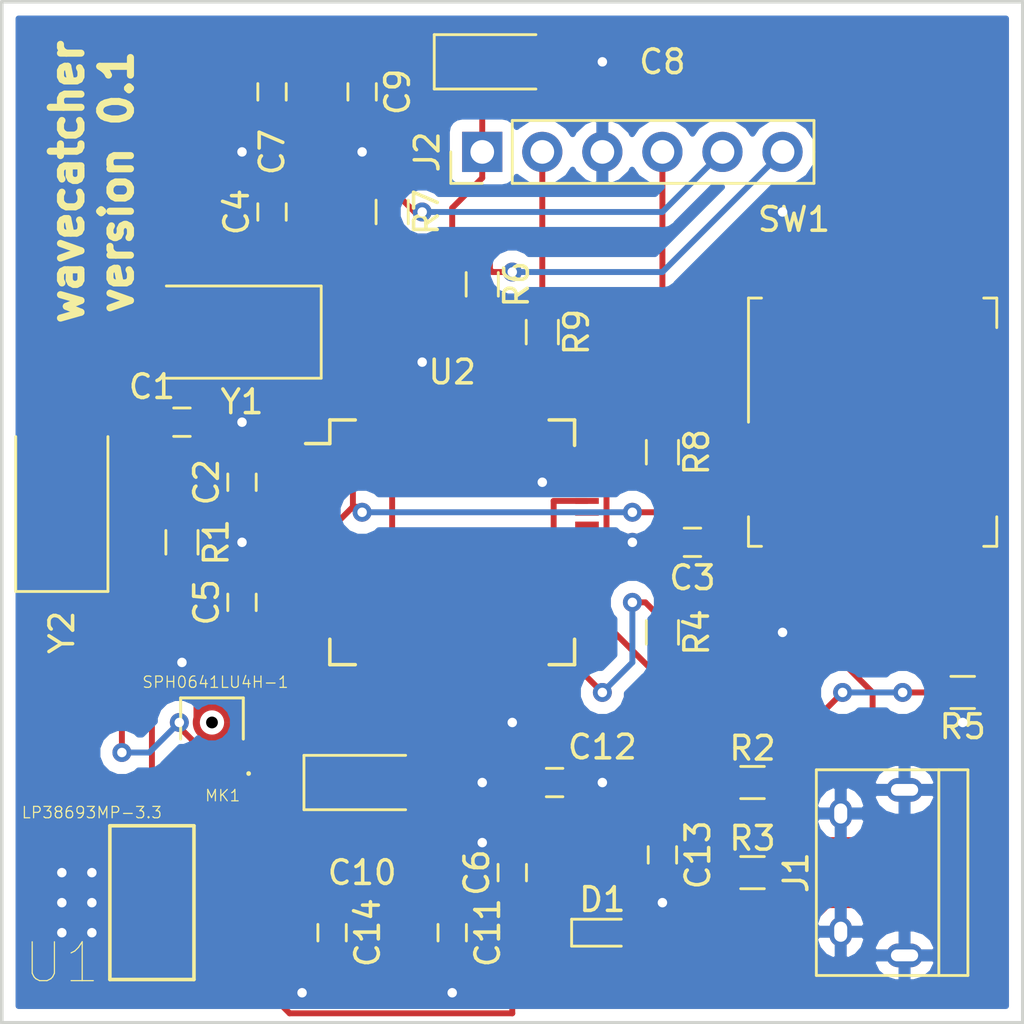
<source format=kicad_pcb>
(kicad_pcb (version 20171130) (host pcbnew "(5.0.0-rc2-dev-378-g94dbcc719)")

  (general
    (thickness 1.6)
    (drawings 5)
    (tracks 276)
    (zones 0)
    (modules 32)
    (nets 68)
  )

  (page A4)
  (layers
    (0 F.Cu signal)
    (31 B.Cu signal)
    (32 B.Adhes user)
    (33 F.Adhes user)
    (34 B.Paste user)
    (35 F.Paste user)
    (36 B.SilkS user)
    (37 F.SilkS user)
    (38 B.Mask user)
    (39 F.Mask user)
    (40 Dwgs.User user)
    (41 Cmts.User user)
    (42 Eco1.User user)
    (43 Eco2.User user)
    (44 Edge.Cuts user)
    (45 Margin user)
    (46 B.CrtYd user)
    (47 F.CrtYd user)
    (48 B.Fab user)
    (49 F.Fab user)
  )

  (setup
    (last_trace_width 0.25)
    (trace_clearance 0.2)
    (zone_clearance 0.508)
    (zone_45_only no)
    (trace_min 0.2)
    (segment_width 0.2)
    (edge_width 0.15)
    (via_size 0.8)
    (via_drill 0.4)
    (via_min_size 0.4)
    (via_min_drill 0.3)
    (uvia_size 0.3)
    (uvia_drill 0.1)
    (uvias_allowed no)
    (uvia_min_size 0.2)
    (uvia_min_drill 0.1)
    (pcb_text_width 0.3)
    (pcb_text_size 1.5 1.5)
    (mod_edge_width 0.15)
    (mod_text_size 1 1)
    (mod_text_width 0.15)
    (pad_size 1.524 1.524)
    (pad_drill 0.762)
    (pad_to_mask_clearance 0.2)
    (aux_axis_origin 0 0)
    (visible_elements FFFFFF7F)
    (pcbplotparams
      (layerselection 0x010fc_ffffffff)
      (usegerberextensions false)
      (usegerberattributes false)
      (usegerberadvancedattributes false)
      (creategerberjobfile false)
      (excludeedgelayer true)
      (linewidth 0.100000)
      (plotframeref false)
      (viasonmask false)
      (mode 1)
      (useauxorigin false)
      (hpglpennumber 1)
      (hpglpenspeed 20)
      (hpglpendiameter 15)
      (psnegative false)
      (psa4output false)
      (plotreference true)
      (plotvalue true)
      (plotinvisibletext false)
      (padsonsilk false)
      (subtractmaskfromsilk false)
      (outputformat 1)
      (mirror false)
      (drillshape 0)
      (scaleselection 1)
      (outputdirectory gerbers/))
  )

  (net 0 "")
  (net 1 "Net-(C1-Pad1)")
  (net 2 GND)
  (net 3 "Net-(C2-Pad1)")
  (net 4 "Net-(C3-Pad1)")
  (net 5 "Net-(C4-Pad1)")
  (net 6 "Net-(C5-Pad1)")
  (net 7 "Net-(C6-Pad1)")
  (net 8 VDD)
  (net 9 +5V)
  (net 10 "Net-(J1-Pad4)")
  (net 11 "Net-(J1-Pad3)")
  (net 12 "Net-(J1-Pad2)")
  (net 13 "Net-(J2-Pad2)")
  (net 14 "Net-(MK1-Pad1)")
  (net 15 "Net-(MK1-Pad4)")
  (net 16 "Net-(R1-Pad1)")
  (net 17 "Net-(R3-Pad1)")
  (net 18 "Net-(R4-Pad1)")
  (net 19 "Net-(J2-Pad6)")
  (net 20 "Net-(R6-Pad2)")
  (net 21 "Net-(J2-Pad5)")
  (net 22 "Net-(R8-Pad2)")
  (net 23 "Net-(J2-Pad4)")
  (net 24 "Net-(R9-Pad2)")
  (net 25 "Net-(U1-Pad2)")
  (net 26 "Net-(U2-Pad62)")
  (net 27 "Net-(U2-Pad61)")
  (net 28 "Net-(U2-Pad59)")
  (net 29 "Net-(U2-Pad58)")
  (net 30 "Net-(U2-Pad57)")
  (net 31 "Net-(U2-Pad56)")
  (net 32 "Net-(U2-Pad54)")
  (net 33 "Net-(U2-Pad53)")
  (net 34 "Net-(U2-Pad52)")
  (net 35 "Net-(U2-Pad51)")
  (net 36 "Net-(U2-Pad50)")
  (net 37 "Net-(U2-Pad43)")
  (net 38 "Net-(U2-Pad42)")
  (net 39 "Net-(U2-Pad41)")
  (net 40 "Net-(U2-Pad40)")
  (net 41 "Net-(U2-Pad39)")
  (net 42 "Net-(U2-Pad38)")
  (net 43 "Net-(U2-Pad37)")
  (net 44 "Net-(U2-Pad36)")
  (net 45 "Net-(U2-Pad35)")
  (net 46 "Net-(U2-Pad34)")
  (net 47 "Net-(U2-Pad33)")
  (net 48 "Net-(U2-Pad30)")
  (net 49 "Net-(U2-Pad29)")
  (net 50 "Net-(U2-Pad28)")
  (net 51 "Net-(U2-Pad27)")
  (net 52 "Net-(U2-Pad26)")
  (net 53 "Net-(U2-Pad25)")
  (net 54 "Net-(U2-Pad24)")
  (net 55 "Net-(U2-Pad23)")
  (net 56 "Net-(U2-Pad22)")
  (net 57 "Net-(U2-Pad21)")
  (net 58 "Net-(U2-Pad20)")
  (net 59 "Net-(U2-Pad18)")
  (net 60 "Net-(U2-Pad17)")
  (net 61 "Net-(U2-Pad16)")
  (net 62 "Net-(U2-Pad11)")
  (net 63 "Net-(U2-Pad10)")
  (net 64 "Net-(U2-Pad9)")
  (net 65 "Net-(U2-Pad8)")
  (net 66 "Net-(U2-Pad2)")
  (net 67 "Net-(U2-Pad1)")

  (net_class Default "This is the default net class."
    (clearance 0.2)
    (trace_width 0.25)
    (via_dia 0.8)
    (via_drill 0.4)
    (uvia_dia 0.3)
    (uvia_drill 0.1)
    (add_net +5V)
    (add_net GND)
    (add_net "Net-(C1-Pad1)")
    (add_net "Net-(C2-Pad1)")
    (add_net "Net-(C3-Pad1)")
    (add_net "Net-(C4-Pad1)")
    (add_net "Net-(C5-Pad1)")
    (add_net "Net-(C6-Pad1)")
    (add_net "Net-(J1-Pad2)")
    (add_net "Net-(J1-Pad3)")
    (add_net "Net-(J1-Pad4)")
    (add_net "Net-(J2-Pad2)")
    (add_net "Net-(J2-Pad4)")
    (add_net "Net-(J2-Pad5)")
    (add_net "Net-(J2-Pad6)")
    (add_net "Net-(MK1-Pad1)")
    (add_net "Net-(MK1-Pad4)")
    (add_net "Net-(R1-Pad1)")
    (add_net "Net-(R3-Pad1)")
    (add_net "Net-(R4-Pad1)")
    (add_net "Net-(R6-Pad2)")
    (add_net "Net-(R8-Pad2)")
    (add_net "Net-(R9-Pad2)")
    (add_net "Net-(U1-Pad2)")
    (add_net "Net-(U2-Pad1)")
    (add_net "Net-(U2-Pad10)")
    (add_net "Net-(U2-Pad11)")
    (add_net "Net-(U2-Pad16)")
    (add_net "Net-(U2-Pad17)")
    (add_net "Net-(U2-Pad18)")
    (add_net "Net-(U2-Pad2)")
    (add_net "Net-(U2-Pad20)")
    (add_net "Net-(U2-Pad21)")
    (add_net "Net-(U2-Pad22)")
    (add_net "Net-(U2-Pad23)")
    (add_net "Net-(U2-Pad24)")
    (add_net "Net-(U2-Pad25)")
    (add_net "Net-(U2-Pad26)")
    (add_net "Net-(U2-Pad27)")
    (add_net "Net-(U2-Pad28)")
    (add_net "Net-(U2-Pad29)")
    (add_net "Net-(U2-Pad30)")
    (add_net "Net-(U2-Pad33)")
    (add_net "Net-(U2-Pad34)")
    (add_net "Net-(U2-Pad35)")
    (add_net "Net-(U2-Pad36)")
    (add_net "Net-(U2-Pad37)")
    (add_net "Net-(U2-Pad38)")
    (add_net "Net-(U2-Pad39)")
    (add_net "Net-(U2-Pad40)")
    (add_net "Net-(U2-Pad41)")
    (add_net "Net-(U2-Pad42)")
    (add_net "Net-(U2-Pad43)")
    (add_net "Net-(U2-Pad50)")
    (add_net "Net-(U2-Pad51)")
    (add_net "Net-(U2-Pad52)")
    (add_net "Net-(U2-Pad53)")
    (add_net "Net-(U2-Pad54)")
    (add_net "Net-(U2-Pad56)")
    (add_net "Net-(U2-Pad57)")
    (add_net "Net-(U2-Pad58)")
    (add_net "Net-(U2-Pad59)")
    (add_net "Net-(U2-Pad61)")
    (add_net "Net-(U2-Pad62)")
    (add_net "Net-(U2-Pad8)")
    (add_net "Net-(U2-Pad9)")
    (add_net VDD)
  )

  (module Capacitors_SMD:C_0603 (layer F.Cu) (tedit 59958EE7) (tstamp 5AD3DF6D)
    (at 36.83 46.99)
    (descr "Capacitor SMD 0603, reflow soldering, AVX (see smccp.pdf)")
    (tags "capacitor 0603")
    (path /5AB77B85)
    (attr smd)
    (fp_text reference C1 (at -1.27 -1.5) (layer F.SilkS)
      (effects (font (size 1 1) (thickness 0.15)))
    )
    (fp_text value 10pF (at 0 1.5) (layer F.Fab)
      (effects (font (size 1 1) (thickness 0.15)))
    )
    (fp_text user %R (at 0 0) (layer F.Fab)
      (effects (font (size 0.3 0.3) (thickness 0.075)))
    )
    (fp_line (start -0.8 0.4) (end -0.8 -0.4) (layer F.Fab) (width 0.1))
    (fp_line (start 0.8 0.4) (end -0.8 0.4) (layer F.Fab) (width 0.1))
    (fp_line (start 0.8 -0.4) (end 0.8 0.4) (layer F.Fab) (width 0.1))
    (fp_line (start -0.8 -0.4) (end 0.8 -0.4) (layer F.Fab) (width 0.1))
    (fp_line (start -0.35 -0.6) (end 0.35 -0.6) (layer F.SilkS) (width 0.12))
    (fp_line (start 0.35 0.6) (end -0.35 0.6) (layer F.SilkS) (width 0.12))
    (fp_line (start -1.4 -0.65) (end 1.4 -0.65) (layer F.CrtYd) (width 0.05))
    (fp_line (start -1.4 -0.65) (end -1.4 0.65) (layer F.CrtYd) (width 0.05))
    (fp_line (start 1.4 0.65) (end 1.4 -0.65) (layer F.CrtYd) (width 0.05))
    (fp_line (start 1.4 0.65) (end -1.4 0.65) (layer F.CrtYd) (width 0.05))
    (pad 1 smd rect (at -0.75 0) (size 0.8 0.75) (layers F.Cu F.Paste F.Mask)
      (net 1 "Net-(C1-Pad1)"))
    (pad 2 smd rect (at 0.75 0) (size 0.8 0.75) (layers F.Cu F.Paste F.Mask)
      (net 2 GND))
    (model Capacitors_SMD.3dshapes/C_0603.wrl
      (at (xyz 0 0 0))
      (scale (xyz 1 1 1))
      (rotate (xyz 0 0 0))
    )
  )

  (module Capacitors_SMD:C_0603 (layer F.Cu) (tedit 59958EE7) (tstamp 5AD3DF7E)
    (at 39.37 49.53 90)
    (descr "Capacitor SMD 0603, reflow soldering, AVX (see smccp.pdf)")
    (tags "capacitor 0603")
    (path /5AB76F90)
    (attr smd)
    (fp_text reference C2 (at 0 -1.5 90) (layer F.SilkS)
      (effects (font (size 1 1) (thickness 0.15)))
    )
    (fp_text value 20pF (at 0 1.5 90) (layer F.Fab)
      (effects (font (size 1 1) (thickness 0.15)))
    )
    (fp_text user %R (at 0 0 90) (layer F.Fab)
      (effects (font (size 0.3 0.3) (thickness 0.075)))
    )
    (fp_line (start -0.8 0.4) (end -0.8 -0.4) (layer F.Fab) (width 0.1))
    (fp_line (start 0.8 0.4) (end -0.8 0.4) (layer F.Fab) (width 0.1))
    (fp_line (start 0.8 -0.4) (end 0.8 0.4) (layer F.Fab) (width 0.1))
    (fp_line (start -0.8 -0.4) (end 0.8 -0.4) (layer F.Fab) (width 0.1))
    (fp_line (start -0.35 -0.6) (end 0.35 -0.6) (layer F.SilkS) (width 0.12))
    (fp_line (start 0.35 0.6) (end -0.35 0.6) (layer F.SilkS) (width 0.12))
    (fp_line (start -1.4 -0.65) (end 1.4 -0.65) (layer F.CrtYd) (width 0.05))
    (fp_line (start -1.4 -0.65) (end -1.4 0.65) (layer F.CrtYd) (width 0.05))
    (fp_line (start 1.4 0.65) (end 1.4 -0.65) (layer F.CrtYd) (width 0.05))
    (fp_line (start 1.4 0.65) (end -1.4 0.65) (layer F.CrtYd) (width 0.05))
    (pad 1 smd rect (at -0.75 0 90) (size 0.8 0.75) (layers F.Cu F.Paste F.Mask)
      (net 3 "Net-(C2-Pad1)"))
    (pad 2 smd rect (at 0.75 0 90) (size 0.8 0.75) (layers F.Cu F.Paste F.Mask)
      (net 2 GND))
    (model Capacitors_SMD.3dshapes/C_0603.wrl
      (at (xyz 0 0 0))
      (scale (xyz 1 1 1))
      (rotate (xyz 0 0 0))
    )
  )

  (module Capacitors_SMD:C_0603 (layer F.Cu) (tedit 59958EE7) (tstamp 5AD3DF8F)
    (at 58.42 52.07 180)
    (descr "Capacitor SMD 0603, reflow soldering, AVX (see smccp.pdf)")
    (tags "capacitor 0603")
    (path /5AB79B99)
    (attr smd)
    (fp_text reference C3 (at 0 -1.5 180) (layer F.SilkS)
      (effects (font (size 1 1) (thickness 0.15)))
    )
    (fp_text value 100nF (at 0 1.5 180) (layer F.Fab)
      (effects (font (size 1 1) (thickness 0.15)))
    )
    (fp_line (start 1.4 0.65) (end -1.4 0.65) (layer F.CrtYd) (width 0.05))
    (fp_line (start 1.4 0.65) (end 1.4 -0.65) (layer F.CrtYd) (width 0.05))
    (fp_line (start -1.4 -0.65) (end -1.4 0.65) (layer F.CrtYd) (width 0.05))
    (fp_line (start -1.4 -0.65) (end 1.4 -0.65) (layer F.CrtYd) (width 0.05))
    (fp_line (start 0.35 0.6) (end -0.35 0.6) (layer F.SilkS) (width 0.12))
    (fp_line (start -0.35 -0.6) (end 0.35 -0.6) (layer F.SilkS) (width 0.12))
    (fp_line (start -0.8 -0.4) (end 0.8 -0.4) (layer F.Fab) (width 0.1))
    (fp_line (start 0.8 -0.4) (end 0.8 0.4) (layer F.Fab) (width 0.1))
    (fp_line (start 0.8 0.4) (end -0.8 0.4) (layer F.Fab) (width 0.1))
    (fp_line (start -0.8 0.4) (end -0.8 -0.4) (layer F.Fab) (width 0.1))
    (fp_text user %R (at 0 0 180) (layer F.Fab)
      (effects (font (size 0.3 0.3) (thickness 0.075)))
    )
    (pad 2 smd rect (at 0.75 0 180) (size 0.8 0.75) (layers F.Cu F.Paste F.Mask)
      (net 2 GND))
    (pad 1 smd rect (at -0.75 0 180) (size 0.8 0.75) (layers F.Cu F.Paste F.Mask)
      (net 4 "Net-(C3-Pad1)"))
    (model Capacitors_SMD.3dshapes/C_0603.wrl
      (at (xyz 0 0 0))
      (scale (xyz 1 1 1))
      (rotate (xyz 0 0 0))
    )
  )

  (module Capacitors_SMD:C_0603 (layer F.Cu) (tedit 59958EE7) (tstamp 5AD3DFA0)
    (at 40.64 38.1 90)
    (descr "Capacitor SMD 0603, reflow soldering, AVX (see smccp.pdf)")
    (tags "capacitor 0603")
    (path /5AB77B8C)
    (attr smd)
    (fp_text reference C4 (at 0 -1.5 90) (layer F.SilkS)
      (effects (font (size 1 1) (thickness 0.15)))
    )
    (fp_text value 10pF (at 0 1.5 90) (layer F.Fab)
      (effects (font (size 1 1) (thickness 0.15)))
    )
    (fp_line (start 1.4 0.65) (end -1.4 0.65) (layer F.CrtYd) (width 0.05))
    (fp_line (start 1.4 0.65) (end 1.4 -0.65) (layer F.CrtYd) (width 0.05))
    (fp_line (start -1.4 -0.65) (end -1.4 0.65) (layer F.CrtYd) (width 0.05))
    (fp_line (start -1.4 -0.65) (end 1.4 -0.65) (layer F.CrtYd) (width 0.05))
    (fp_line (start 0.35 0.6) (end -0.35 0.6) (layer F.SilkS) (width 0.12))
    (fp_line (start -0.35 -0.6) (end 0.35 -0.6) (layer F.SilkS) (width 0.12))
    (fp_line (start -0.8 -0.4) (end 0.8 -0.4) (layer F.Fab) (width 0.1))
    (fp_line (start 0.8 -0.4) (end 0.8 0.4) (layer F.Fab) (width 0.1))
    (fp_line (start 0.8 0.4) (end -0.8 0.4) (layer F.Fab) (width 0.1))
    (fp_line (start -0.8 0.4) (end -0.8 -0.4) (layer F.Fab) (width 0.1))
    (fp_text user %R (at 0 0 90) (layer F.Fab)
      (effects (font (size 0.3 0.3) (thickness 0.075)))
    )
    (pad 2 smd rect (at 0.75 0 90) (size 0.8 0.75) (layers F.Cu F.Paste F.Mask)
      (net 2 GND))
    (pad 1 smd rect (at -0.75 0 90) (size 0.8 0.75) (layers F.Cu F.Paste F.Mask)
      (net 5 "Net-(C4-Pad1)"))
    (model Capacitors_SMD.3dshapes/C_0603.wrl
      (at (xyz 0 0 0))
      (scale (xyz 1 1 1))
      (rotate (xyz 0 0 0))
    )
  )

  (module Capacitors_SMD:C_0603 (layer F.Cu) (tedit 59958EE7) (tstamp 5AD3DFB1)
    (at 39.37 54.61 90)
    (descr "Capacitor SMD 0603, reflow soldering, AVX (see smccp.pdf)")
    (tags "capacitor 0603")
    (path /5AB77069)
    (attr smd)
    (fp_text reference C5 (at 0 -1.5 90) (layer F.SilkS)
      (effects (font (size 1 1) (thickness 0.15)))
    )
    (fp_text value 20pF (at 0 1.5 90) (layer F.Fab)
      (effects (font (size 1 1) (thickness 0.15)))
    )
    (fp_line (start 1.4 0.65) (end -1.4 0.65) (layer F.CrtYd) (width 0.05))
    (fp_line (start 1.4 0.65) (end 1.4 -0.65) (layer F.CrtYd) (width 0.05))
    (fp_line (start -1.4 -0.65) (end -1.4 0.65) (layer F.CrtYd) (width 0.05))
    (fp_line (start -1.4 -0.65) (end 1.4 -0.65) (layer F.CrtYd) (width 0.05))
    (fp_line (start 0.35 0.6) (end -0.35 0.6) (layer F.SilkS) (width 0.12))
    (fp_line (start -0.35 -0.6) (end 0.35 -0.6) (layer F.SilkS) (width 0.12))
    (fp_line (start -0.8 -0.4) (end 0.8 -0.4) (layer F.Fab) (width 0.1))
    (fp_line (start 0.8 -0.4) (end 0.8 0.4) (layer F.Fab) (width 0.1))
    (fp_line (start 0.8 0.4) (end -0.8 0.4) (layer F.Fab) (width 0.1))
    (fp_line (start -0.8 0.4) (end -0.8 -0.4) (layer F.Fab) (width 0.1))
    (fp_text user %R (at 0 0 90) (layer F.Fab)
      (effects (font (size 0.3 0.3) (thickness 0.075)))
    )
    (pad 2 smd rect (at 0.75 0 90) (size 0.8 0.75) (layers F.Cu F.Paste F.Mask)
      (net 2 GND))
    (pad 1 smd rect (at -0.75 0 90) (size 0.8 0.75) (layers F.Cu F.Paste F.Mask)
      (net 6 "Net-(C5-Pad1)"))
    (model Capacitors_SMD.3dshapes/C_0603.wrl
      (at (xyz 0 0 0))
      (scale (xyz 1 1 1))
      (rotate (xyz 0 0 0))
    )
  )

  (module Capacitors_SMD:C_0603 (layer F.Cu) (tedit 59958EE7) (tstamp 5AD3DFC2)
    (at 50.8 66.04 90)
    (descr "Capacitor SMD 0603, reflow soldering, AVX (see smccp.pdf)")
    (tags "capacitor 0603")
    (path /5AB95A5F)
    (attr smd)
    (fp_text reference C6 (at 0 -1.5 90) (layer F.SilkS)
      (effects (font (size 1 1) (thickness 0.15)))
    )
    (fp_text value 1uF (at 0 1.5 90) (layer F.Fab)
      (effects (font (size 1 1) (thickness 0.15)))
    )
    (fp_text user %R (at 0 0 90) (layer F.Fab)
      (effects (font (size 0.3 0.3) (thickness 0.075)))
    )
    (fp_line (start -0.8 0.4) (end -0.8 -0.4) (layer F.Fab) (width 0.1))
    (fp_line (start 0.8 0.4) (end -0.8 0.4) (layer F.Fab) (width 0.1))
    (fp_line (start 0.8 -0.4) (end 0.8 0.4) (layer F.Fab) (width 0.1))
    (fp_line (start -0.8 -0.4) (end 0.8 -0.4) (layer F.Fab) (width 0.1))
    (fp_line (start -0.35 -0.6) (end 0.35 -0.6) (layer F.SilkS) (width 0.12))
    (fp_line (start 0.35 0.6) (end -0.35 0.6) (layer F.SilkS) (width 0.12))
    (fp_line (start -1.4 -0.65) (end 1.4 -0.65) (layer F.CrtYd) (width 0.05))
    (fp_line (start -1.4 -0.65) (end -1.4 0.65) (layer F.CrtYd) (width 0.05))
    (fp_line (start 1.4 0.65) (end 1.4 -0.65) (layer F.CrtYd) (width 0.05))
    (fp_line (start 1.4 0.65) (end -1.4 0.65) (layer F.CrtYd) (width 0.05))
    (pad 1 smd rect (at -0.75 0 90) (size 0.8 0.75) (layers F.Cu F.Paste F.Mask)
      (net 7 "Net-(C6-Pad1)"))
    (pad 2 smd rect (at 0.75 0 90) (size 0.8 0.75) (layers F.Cu F.Paste F.Mask)
      (net 2 GND))
    (model Capacitors_SMD.3dshapes/C_0603.wrl
      (at (xyz 0 0 0))
      (scale (xyz 1 1 1))
      (rotate (xyz 0 0 0))
    )
  )

  (module Capacitors_SMD:C_0603 (layer F.Cu) (tedit 59958EE7) (tstamp 5AD3DFD3)
    (at 40.64 33.02 270)
    (descr "Capacitor SMD 0603, reflow soldering, AVX (see smccp.pdf)")
    (tags "capacitor 0603")
    (path /5AB959D2)
    (attr smd)
    (fp_text reference C7 (at 2.54 0 270) (layer F.SilkS)
      (effects (font (size 1 1) (thickness 0.15)))
    )
    (fp_text value 1uF (at 0 1.5 270) (layer F.Fab)
      (effects (font (size 1 1) (thickness 0.15)))
    )
    (fp_line (start 1.4 0.65) (end -1.4 0.65) (layer F.CrtYd) (width 0.05))
    (fp_line (start 1.4 0.65) (end 1.4 -0.65) (layer F.CrtYd) (width 0.05))
    (fp_line (start -1.4 -0.65) (end -1.4 0.65) (layer F.CrtYd) (width 0.05))
    (fp_line (start -1.4 -0.65) (end 1.4 -0.65) (layer F.CrtYd) (width 0.05))
    (fp_line (start 0.35 0.6) (end -0.35 0.6) (layer F.SilkS) (width 0.12))
    (fp_line (start -0.35 -0.6) (end 0.35 -0.6) (layer F.SilkS) (width 0.12))
    (fp_line (start -0.8 -0.4) (end 0.8 -0.4) (layer F.Fab) (width 0.1))
    (fp_line (start 0.8 -0.4) (end 0.8 0.4) (layer F.Fab) (width 0.1))
    (fp_line (start 0.8 0.4) (end -0.8 0.4) (layer F.Fab) (width 0.1))
    (fp_line (start -0.8 0.4) (end -0.8 -0.4) (layer F.Fab) (width 0.1))
    (fp_text user %R (at 0 0 270) (layer F.Fab)
      (effects (font (size 0.3 0.3) (thickness 0.075)))
    )
    (pad 2 smd rect (at 0.75 0 270) (size 0.8 0.75) (layers F.Cu F.Paste F.Mask)
      (net 2 GND))
    (pad 1 smd rect (at -0.75 0 270) (size 0.8 0.75) (layers F.Cu F.Paste F.Mask)
      (net 8 VDD))
    (model Capacitors_SMD.3dshapes/C_0603.wrl
      (at (xyz 0 0 0))
      (scale (xyz 1 1 1))
      (rotate (xyz 0 0 0))
    )
  )

  (module Capacitors_Tantalum_SMD:CP_Tantalum_Case-R_EIA-2012-12_Hand (layer F.Cu) (tedit 58CC8C08) (tstamp 5AD3DFE7)
    (at 50.8 31.75)
    (descr "Tantalum capacitor, Case R, EIA 2012-12, 2.0x1.3x1.2mm, Hand soldering footprint")
    (tags "capacitor tantalum smd")
    (path /5ABE5E26)
    (attr smd)
    (fp_text reference C8 (at 6.35 0) (layer F.SilkS)
      (effects (font (size 1 1) (thickness 0.15)))
    )
    (fp_text value 1uF (at 0 2.4) (layer F.Fab)
      (effects (font (size 1 1) (thickness 0.15)))
    )
    (fp_text user %R (at 0 0) (layer F.Fab)
      (effects (font (size 0.5 0.5) (thickness 0.075)))
    )
    (fp_line (start -3.4 -1.3) (end -3.4 1.3) (layer F.CrtYd) (width 0.05))
    (fp_line (start -3.4 1.3) (end 3.4 1.3) (layer F.CrtYd) (width 0.05))
    (fp_line (start 3.4 1.3) (end 3.4 -1.3) (layer F.CrtYd) (width 0.05))
    (fp_line (start 3.4 -1.3) (end -3.4 -1.3) (layer F.CrtYd) (width 0.05))
    (fp_line (start -1 -0.65) (end -1 0.65) (layer F.Fab) (width 0.1))
    (fp_line (start -1 0.65) (end 1 0.65) (layer F.Fab) (width 0.1))
    (fp_line (start 1 0.65) (end 1 -0.65) (layer F.Fab) (width 0.1))
    (fp_line (start 1 -0.65) (end -1 -0.65) (layer F.Fab) (width 0.1))
    (fp_line (start -0.8 -0.65) (end -0.8 0.65) (layer F.Fab) (width 0.1))
    (fp_line (start -0.7 -0.65) (end -0.7 0.65) (layer F.Fab) (width 0.1))
    (fp_line (start -3.3 -1.15) (end 1 -1.15) (layer F.SilkS) (width 0.12))
    (fp_line (start -3.3 1.15) (end 1 1.15) (layer F.SilkS) (width 0.12))
    (fp_line (start -3.3 -1.15) (end -3.3 1.15) (layer F.SilkS) (width 0.12))
    (pad 1 smd rect (at -1.7 0) (size 2.6 1.8) (layers F.Cu F.Paste F.Mask)
      (net 8 VDD))
    (pad 2 smd rect (at 1.7 0) (size 2.6 1.8) (layers F.Cu F.Paste F.Mask)
      (net 2 GND))
    (model Capacitors_Tantalum_SMD.3dshapes/CP_Tantalum_Case-R_EIA-2012-12.wrl
      (at (xyz 0 0 0))
      (scale (xyz 1 1 1))
      (rotate (xyz 0 0 0))
    )
  )

  (module Capacitors_SMD:C_0603 (layer F.Cu) (tedit 59958EE7) (tstamp 5AD3DFF8)
    (at 44.45 33.02 270)
    (descr "Capacitor SMD 0603, reflow soldering, AVX (see smccp.pdf)")
    (tags "capacitor 0603")
    (path /5ABE5F14)
    (attr smd)
    (fp_text reference C9 (at 0 -1.5 270) (layer F.SilkS)
      (effects (font (size 1 1) (thickness 0.15)))
    )
    (fp_text value 10nF (at 0 1.5 270) (layer F.Fab)
      (effects (font (size 1 1) (thickness 0.15)))
    )
    (fp_text user %R (at 0 0 270) (layer F.Fab)
      (effects (font (size 0.3 0.3) (thickness 0.075)))
    )
    (fp_line (start -0.8 0.4) (end -0.8 -0.4) (layer F.Fab) (width 0.1))
    (fp_line (start 0.8 0.4) (end -0.8 0.4) (layer F.Fab) (width 0.1))
    (fp_line (start 0.8 -0.4) (end 0.8 0.4) (layer F.Fab) (width 0.1))
    (fp_line (start -0.8 -0.4) (end 0.8 -0.4) (layer F.Fab) (width 0.1))
    (fp_line (start -0.35 -0.6) (end 0.35 -0.6) (layer F.SilkS) (width 0.12))
    (fp_line (start 0.35 0.6) (end -0.35 0.6) (layer F.SilkS) (width 0.12))
    (fp_line (start -1.4 -0.65) (end 1.4 -0.65) (layer F.CrtYd) (width 0.05))
    (fp_line (start -1.4 -0.65) (end -1.4 0.65) (layer F.CrtYd) (width 0.05))
    (fp_line (start 1.4 0.65) (end 1.4 -0.65) (layer F.CrtYd) (width 0.05))
    (fp_line (start 1.4 0.65) (end -1.4 0.65) (layer F.CrtYd) (width 0.05))
    (pad 1 smd rect (at -0.75 0 270) (size 0.8 0.75) (layers F.Cu F.Paste F.Mask)
      (net 8 VDD))
    (pad 2 smd rect (at 0.75 0 270) (size 0.8 0.75) (layers F.Cu F.Paste F.Mask)
      (net 2 GND))
    (model Capacitors_SMD.3dshapes/C_0603.wrl
      (at (xyz 0 0 0))
      (scale (xyz 1 1 1))
      (rotate (xyz 0 0 0))
    )
  )

  (module Capacitors_Tantalum_SMD:CP_Tantalum_Case-R_EIA-2012-12_Hand (layer F.Cu) (tedit 58CC8C08) (tstamp 5AD3E00C)
    (at 45.29 62.23)
    (descr "Tantalum capacitor, Case R, EIA 2012-12, 2.0x1.3x1.2mm, Hand soldering footprint")
    (tags "capacitor tantalum smd")
    (path /5ABEED6B)
    (attr smd)
    (fp_text reference C10 (at -0.84 3.81) (layer F.SilkS)
      (effects (font (size 1 1) (thickness 0.15)))
    )
    (fp_text value 4.7uF (at 0 2.4) (layer F.Fab)
      (effects (font (size 1 1) (thickness 0.15)))
    )
    (fp_line (start -3.3 -1.15) (end -3.3 1.15) (layer F.SilkS) (width 0.12))
    (fp_line (start -3.3 1.15) (end 1 1.15) (layer F.SilkS) (width 0.12))
    (fp_line (start -3.3 -1.15) (end 1 -1.15) (layer F.SilkS) (width 0.12))
    (fp_line (start -0.7 -0.65) (end -0.7 0.65) (layer F.Fab) (width 0.1))
    (fp_line (start -0.8 -0.65) (end -0.8 0.65) (layer F.Fab) (width 0.1))
    (fp_line (start 1 -0.65) (end -1 -0.65) (layer F.Fab) (width 0.1))
    (fp_line (start 1 0.65) (end 1 -0.65) (layer F.Fab) (width 0.1))
    (fp_line (start -1 0.65) (end 1 0.65) (layer F.Fab) (width 0.1))
    (fp_line (start -1 -0.65) (end -1 0.65) (layer F.Fab) (width 0.1))
    (fp_line (start 3.4 -1.3) (end -3.4 -1.3) (layer F.CrtYd) (width 0.05))
    (fp_line (start 3.4 1.3) (end 3.4 -1.3) (layer F.CrtYd) (width 0.05))
    (fp_line (start -3.4 1.3) (end 3.4 1.3) (layer F.CrtYd) (width 0.05))
    (fp_line (start -3.4 -1.3) (end -3.4 1.3) (layer F.CrtYd) (width 0.05))
    (fp_text user %R (at 0 0) (layer F.Fab)
      (effects (font (size 0.5 0.5) (thickness 0.075)))
    )
    (pad 2 smd rect (at 1.7 0) (size 2.6 1.8) (layers F.Cu F.Paste F.Mask)
      (net 2 GND))
    (pad 1 smd rect (at -1.7 0) (size 2.6 1.8) (layers F.Cu F.Paste F.Mask)
      (net 8 VDD))
    (model Capacitors_Tantalum_SMD.3dshapes/CP_Tantalum_Case-R_EIA-2012-12.wrl
      (at (xyz 0 0 0))
      (scale (xyz 1 1 1))
      (rotate (xyz 0 0 0))
    )
  )

  (module Capacitors_SMD:C_0603 (layer F.Cu) (tedit 59958EE7) (tstamp 5AD3E01D)
    (at 48.26 68.58 270)
    (descr "Capacitor SMD 0603, reflow soldering, AVX (see smccp.pdf)")
    (tags "capacitor 0603")
    (path /5ABEEE10)
    (attr smd)
    (fp_text reference C11 (at 0 -1.5 270) (layer F.SilkS)
      (effects (font (size 1 1) (thickness 0.15)))
    )
    (fp_text value 100nF (at 0 1.5 270) (layer F.Fab)
      (effects (font (size 1 1) (thickness 0.15)))
    )
    (fp_text user %R (at 0 0 270) (layer F.Fab)
      (effects (font (size 0.3 0.3) (thickness 0.075)))
    )
    (fp_line (start -0.8 0.4) (end -0.8 -0.4) (layer F.Fab) (width 0.1))
    (fp_line (start 0.8 0.4) (end -0.8 0.4) (layer F.Fab) (width 0.1))
    (fp_line (start 0.8 -0.4) (end 0.8 0.4) (layer F.Fab) (width 0.1))
    (fp_line (start -0.8 -0.4) (end 0.8 -0.4) (layer F.Fab) (width 0.1))
    (fp_line (start -0.35 -0.6) (end 0.35 -0.6) (layer F.SilkS) (width 0.12))
    (fp_line (start 0.35 0.6) (end -0.35 0.6) (layer F.SilkS) (width 0.12))
    (fp_line (start -1.4 -0.65) (end 1.4 -0.65) (layer F.CrtYd) (width 0.05))
    (fp_line (start -1.4 -0.65) (end -1.4 0.65) (layer F.CrtYd) (width 0.05))
    (fp_line (start 1.4 0.65) (end 1.4 -0.65) (layer F.CrtYd) (width 0.05))
    (fp_line (start 1.4 0.65) (end -1.4 0.65) (layer F.CrtYd) (width 0.05))
    (pad 1 smd rect (at -0.75 0 270) (size 0.8 0.75) (layers F.Cu F.Paste F.Mask)
      (net 8 VDD))
    (pad 2 smd rect (at 0.75 0 270) (size 0.8 0.75) (layers F.Cu F.Paste F.Mask)
      (net 2 GND))
    (model Capacitors_SMD.3dshapes/C_0603.wrl
      (at (xyz 0 0 0))
      (scale (xyz 1 1 1))
      (rotate (xyz 0 0 0))
    )
  )

  (module Capacitors_SMD:C_0603 (layer F.Cu) (tedit 59958EE7) (tstamp 5AD3E02E)
    (at 52.59 62.23)
    (descr "Capacitor SMD 0603, reflow soldering, AVX (see smccp.pdf)")
    (tags "capacitor 0603")
    (path /5ABEEEA1)
    (attr smd)
    (fp_text reference C12 (at 2.02 -1.5) (layer F.SilkS)
      (effects (font (size 1 1) (thickness 0.15)))
    )
    (fp_text value 100nF (at 0 1.5) (layer F.Fab)
      (effects (font (size 1 1) (thickness 0.15)))
    )
    (fp_line (start 1.4 0.65) (end -1.4 0.65) (layer F.CrtYd) (width 0.05))
    (fp_line (start 1.4 0.65) (end 1.4 -0.65) (layer F.CrtYd) (width 0.05))
    (fp_line (start -1.4 -0.65) (end -1.4 0.65) (layer F.CrtYd) (width 0.05))
    (fp_line (start -1.4 -0.65) (end 1.4 -0.65) (layer F.CrtYd) (width 0.05))
    (fp_line (start 0.35 0.6) (end -0.35 0.6) (layer F.SilkS) (width 0.12))
    (fp_line (start -0.35 -0.6) (end 0.35 -0.6) (layer F.SilkS) (width 0.12))
    (fp_line (start -0.8 -0.4) (end 0.8 -0.4) (layer F.Fab) (width 0.1))
    (fp_line (start 0.8 -0.4) (end 0.8 0.4) (layer F.Fab) (width 0.1))
    (fp_line (start 0.8 0.4) (end -0.8 0.4) (layer F.Fab) (width 0.1))
    (fp_line (start -0.8 0.4) (end -0.8 -0.4) (layer F.Fab) (width 0.1))
    (fp_text user %R (at 0 0) (layer F.Fab)
      (effects (font (size 0.3 0.3) (thickness 0.075)))
    )
    (pad 2 smd rect (at 0.75 0) (size 0.8 0.75) (layers F.Cu F.Paste F.Mask)
      (net 2 GND))
    (pad 1 smd rect (at -0.75 0) (size 0.8 0.75) (layers F.Cu F.Paste F.Mask)
      (net 8 VDD))
    (model Capacitors_SMD.3dshapes/C_0603.wrl
      (at (xyz 0 0 0))
      (scale (xyz 1 1 1))
      (rotate (xyz 0 0 0))
    )
  )

  (module Capacitors_SMD:C_0603 (layer F.Cu) (tedit 59958EE7) (tstamp 5AD3E03F)
    (at 57.15 65.29 270)
    (descr "Capacitor SMD 0603, reflow soldering, AVX (see smccp.pdf)")
    (tags "capacitor 0603")
    (path /5ABEEF2B)
    (attr smd)
    (fp_text reference C13 (at 0 -1.5 270) (layer F.SilkS)
      (effects (font (size 1 1) (thickness 0.15)))
    )
    (fp_text value 100nF (at 0 1.5 270) (layer F.Fab)
      (effects (font (size 1 1) (thickness 0.15)))
    )
    (fp_text user %R (at 0 0 270) (layer F.Fab)
      (effects (font (size 0.3 0.3) (thickness 0.075)))
    )
    (fp_line (start -0.8 0.4) (end -0.8 -0.4) (layer F.Fab) (width 0.1))
    (fp_line (start 0.8 0.4) (end -0.8 0.4) (layer F.Fab) (width 0.1))
    (fp_line (start 0.8 -0.4) (end 0.8 0.4) (layer F.Fab) (width 0.1))
    (fp_line (start -0.8 -0.4) (end 0.8 -0.4) (layer F.Fab) (width 0.1))
    (fp_line (start -0.35 -0.6) (end 0.35 -0.6) (layer F.SilkS) (width 0.12))
    (fp_line (start 0.35 0.6) (end -0.35 0.6) (layer F.SilkS) (width 0.12))
    (fp_line (start -1.4 -0.65) (end 1.4 -0.65) (layer F.CrtYd) (width 0.05))
    (fp_line (start -1.4 -0.65) (end -1.4 0.65) (layer F.CrtYd) (width 0.05))
    (fp_line (start 1.4 0.65) (end 1.4 -0.65) (layer F.CrtYd) (width 0.05))
    (fp_line (start 1.4 0.65) (end -1.4 0.65) (layer F.CrtYd) (width 0.05))
    (pad 1 smd rect (at -0.75 0 270) (size 0.8 0.75) (layers F.Cu F.Paste F.Mask)
      (net 8 VDD))
    (pad 2 smd rect (at 0.75 0 270) (size 0.8 0.75) (layers F.Cu F.Paste F.Mask)
      (net 2 GND))
    (model Capacitors_SMD.3dshapes/C_0603.wrl
      (at (xyz 0 0 0))
      (scale (xyz 1 1 1))
      (rotate (xyz 0 0 0))
    )
  )

  (module Capacitors_SMD:C_0603 (layer F.Cu) (tedit 59958EE7) (tstamp 5AD3E050)
    (at 43.18 68.58 270)
    (descr "Capacitor SMD 0603, reflow soldering, AVX (see smccp.pdf)")
    (tags "capacitor 0603")
    (path /5ABEEFBC)
    (attr smd)
    (fp_text reference C14 (at 0 -1.5 270) (layer F.SilkS)
      (effects (font (size 1 1) (thickness 0.15)))
    )
    (fp_text value 100nF (at 0 1.5 270) (layer F.Fab)
      (effects (font (size 1 1) (thickness 0.15)))
    )
    (fp_line (start 1.4 0.65) (end -1.4 0.65) (layer F.CrtYd) (width 0.05))
    (fp_line (start 1.4 0.65) (end 1.4 -0.65) (layer F.CrtYd) (width 0.05))
    (fp_line (start -1.4 -0.65) (end -1.4 0.65) (layer F.CrtYd) (width 0.05))
    (fp_line (start -1.4 -0.65) (end 1.4 -0.65) (layer F.CrtYd) (width 0.05))
    (fp_line (start 0.35 0.6) (end -0.35 0.6) (layer F.SilkS) (width 0.12))
    (fp_line (start -0.35 -0.6) (end 0.35 -0.6) (layer F.SilkS) (width 0.12))
    (fp_line (start -0.8 -0.4) (end 0.8 -0.4) (layer F.Fab) (width 0.1))
    (fp_line (start 0.8 -0.4) (end 0.8 0.4) (layer F.Fab) (width 0.1))
    (fp_line (start 0.8 0.4) (end -0.8 0.4) (layer F.Fab) (width 0.1))
    (fp_line (start -0.8 0.4) (end -0.8 -0.4) (layer F.Fab) (width 0.1))
    (fp_text user %R (at 0 0 270) (layer F.Fab)
      (effects (font (size 0.3 0.3) (thickness 0.075)))
    )
    (pad 2 smd rect (at 0.75 0 270) (size 0.8 0.75) (layers F.Cu F.Paste F.Mask)
      (net 2 GND))
    (pad 1 smd rect (at -0.75 0 270) (size 0.8 0.75) (layers F.Cu F.Paste F.Mask)
      (net 8 VDD))
    (model Capacitors_SMD.3dshapes/C_0603.wrl
      (at (xyz 0 0 0))
      (scale (xyz 1 1 1))
      (rotate (xyz 0 0 0))
    )
  )

  (module Diodes_SMD:D_0603 (layer F.Cu) (tedit 590CE922) (tstamp 5AD3E068)
    (at 54.61 68.58)
    (descr "Diode SMD in 0603 package http://datasheets.avx.com/schottky.pdf")
    (tags "smd diode")
    (path /5ABAC33B)
    (attr smd)
    (fp_text reference D1 (at 0 -1.4) (layer F.SilkS)
      (effects (font (size 1 1) (thickness 0.15)))
    )
    (fp_text value D_Schottky (at 1.27 1.4) (layer F.Fab)
      (effects (font (size 1 1) (thickness 0.15)))
    )
    (fp_line (start -1.3 -0.57) (end 0.8 -0.57) (layer F.SilkS) (width 0.12))
    (fp_line (start -1.3 0.57) (end 0.8 0.57) (layer F.SilkS) (width 0.12))
    (fp_line (start -0.8 -0.45) (end 0.8 -0.45) (layer F.Fab) (width 0.1))
    (fp_line (start 0.8 -0.45) (end 0.8 0.45) (layer F.Fab) (width 0.1))
    (fp_line (start 0.8 0.45) (end -0.8 0.45) (layer F.Fab) (width 0.1))
    (fp_line (start -0.8 0.45) (end -0.8 -0.45) (layer F.Fab) (width 0.1))
    (fp_line (start 0.2 -0.2) (end -0.1 0) (layer F.Fab) (width 0.1))
    (fp_line (start -0.1 0) (end 0.2 0.2) (layer F.Fab) (width 0.1))
    (fp_line (start 0.2 0.2) (end 0.2 -0.2) (layer F.Fab) (width 0.1))
    (fp_line (start -0.1 -0.2) (end -0.1 0.2) (layer F.Fab) (width 0.1))
    (fp_line (start -0.1 0) (end -0.3 0) (layer F.Fab) (width 0.1))
    (fp_line (start 0.2 0) (end 0.4 0) (layer F.Fab) (width 0.1))
    (fp_line (start 1.4 -0.67) (end -1.4 -0.67) (layer F.CrtYd) (width 0.05))
    (fp_line (start -1.4 -0.67) (end -1.4 0.67) (layer F.CrtYd) (width 0.05))
    (fp_line (start -1.4 0.67) (end 1.4 0.67) (layer F.CrtYd) (width 0.05))
    (fp_line (start 1.4 0.67) (end 1.4 -0.67) (layer F.CrtYd) (width 0.05))
    (fp_line (start -1.3 -0.57) (end -1.3 0.57) (layer F.SilkS) (width 0.12))
    (fp_text user %R (at 0 -1.4) (layer F.Fab)
      (effects (font (size 1 1) (thickness 0.15)))
    )
    (pad 2 smd rect (at 0.85 0) (size 0.6 0.8) (layers F.Cu F.Paste F.Mask)
      (net 9 +5V))
    (pad 1 smd rect (at -0.85 0) (size 0.6 0.8) (layers F.Cu F.Paste F.Mask)
      (net 7 "Net-(C6-Pad1)"))
    (model ${KISYS3DMOD}/Diodes_SMD.3dshapes/D_0603.wrl
      (at (xyz 0 0 0))
      (scale (xyz 1 1 1))
      (rotate (xyz 0 0 0))
    )
  )

  (module Connectors:USB_Micro-B (layer F.Cu) (tedit 5543E447) (tstamp 5AD3E07E)
    (at 66.04 66.04 90)
    (descr "Micro USB Type B Receptacle")
    (tags "USB USB_B USB_micro USB_OTG")
    (path /5AB7D343)
    (attr smd)
    (fp_text reference J1 (at 0 -3.24 90) (layer F.SilkS)
      (effects (font (size 1 1) (thickness 0.15)))
    )
    (fp_text value USB_B_Micro (at 0 5.01 90) (layer F.Fab)
      (effects (font (size 1 1) (thickness 0.15)))
    )
    (fp_line (start -4.35 4.03) (end -4.35 -2.38) (layer F.SilkS) (width 0.12))
    (fp_line (start 4.35 2.8) (end -4.35 2.8) (layer F.SilkS) (width 0.12))
    (fp_line (start 4.35 -2.38) (end 4.35 4.03) (layer F.SilkS) (width 0.12))
    (fp_line (start -4.35 -2.38) (end 4.35 -2.38) (layer F.SilkS) (width 0.12))
    (fp_line (start -4.35 4.03) (end 4.35 4.03) (layer F.SilkS) (width 0.12))
    (fp_line (start -4.6 4.26) (end -4.6 -2.59) (layer F.CrtYd) (width 0.05))
    (fp_line (start 4.6 4.26) (end -4.6 4.26) (layer F.CrtYd) (width 0.05))
    (fp_line (start 4.6 -2.59) (end 4.6 4.26) (layer F.CrtYd) (width 0.05))
    (fp_line (start -4.6 -2.59) (end 4.6 -2.59) (layer F.CrtYd) (width 0.05))
    (pad 6 thru_hole oval (at 3.5 1.35 180) (size 1.55 1) (drill oval 1.15 0.5) (layers *.Cu *.Mask)
      (net 2 GND))
    (pad 6 thru_hole oval (at -3.5 1.35 180) (size 1.55 1) (drill oval 1.15 0.5) (layers *.Cu *.Mask)
      (net 2 GND))
    (pad 6 thru_hole oval (at 2.5 -1.35 180) (size 0.95 1.25) (drill oval 0.55 0.85) (layers *.Cu *.Mask)
      (net 2 GND))
    (pad 6 thru_hole oval (at -2.5 -1.35 180) (size 0.95 1.25) (drill oval 0.55 0.85) (layers *.Cu *.Mask)
      (net 2 GND))
    (pad 5 smd rect (at 1.3 -1.35 180) (size 1.35 0.4) (layers F.Cu F.Paste F.Mask)
      (net 2 GND))
    (pad 4 smd rect (at 0.65 -1.35 180) (size 1.35 0.4) (layers F.Cu F.Paste F.Mask)
      (net 10 "Net-(J1-Pad4)"))
    (pad 3 smd rect (at 0 -1.35 180) (size 1.35 0.4) (layers F.Cu F.Paste F.Mask)
      (net 11 "Net-(J1-Pad3)"))
    (pad 2 smd rect (at -0.65 -1.35 180) (size 1.35 0.4) (layers F.Cu F.Paste F.Mask)
      (net 12 "Net-(J1-Pad2)"))
    (pad 1 smd rect (at -1.3 -1.35 180) (size 1.35 0.4) (layers F.Cu F.Paste F.Mask)
      (net 9 +5V))
  )

  (module Pin_Headers:Pin_Header_Straight_1x06_Pitch2.54mm (layer F.Cu) (tedit 59650532) (tstamp 5AD3E098)
    (at 49.53 35.56 90)
    (descr "Through hole straight pin header, 1x06, 2.54mm pitch, single row")
    (tags "Through hole pin header THT 1x06 2.54mm single row")
    (path /5AC1675B)
    (fp_text reference J2 (at 0 -2.33 90) (layer F.SilkS)
      (effects (font (size 1 1) (thickness 0.15)))
    )
    (fp_text value Conn_01x06 (at 1.27 15.24 90) (layer F.Fab)
      (effects (font (size 1 1) (thickness 0.15)))
    )
    (fp_text user %R (at 0 6.35 180) (layer F.Fab)
      (effects (font (size 1 1) (thickness 0.15)))
    )
    (fp_line (start 1.8 -1.8) (end -1.8 -1.8) (layer F.CrtYd) (width 0.05))
    (fp_line (start 1.8 14.5) (end 1.8 -1.8) (layer F.CrtYd) (width 0.05))
    (fp_line (start -1.8 14.5) (end 1.8 14.5) (layer F.CrtYd) (width 0.05))
    (fp_line (start -1.8 -1.8) (end -1.8 14.5) (layer F.CrtYd) (width 0.05))
    (fp_line (start -1.33 -1.33) (end 0 -1.33) (layer F.SilkS) (width 0.12))
    (fp_line (start -1.33 0) (end -1.33 -1.33) (layer F.SilkS) (width 0.12))
    (fp_line (start -1.33 1.27) (end 1.33 1.27) (layer F.SilkS) (width 0.12))
    (fp_line (start 1.33 1.27) (end 1.33 14.03) (layer F.SilkS) (width 0.12))
    (fp_line (start -1.33 1.27) (end -1.33 14.03) (layer F.SilkS) (width 0.12))
    (fp_line (start -1.33 14.03) (end 1.33 14.03) (layer F.SilkS) (width 0.12))
    (fp_line (start -1.27 -0.635) (end -0.635 -1.27) (layer F.Fab) (width 0.1))
    (fp_line (start -1.27 13.97) (end -1.27 -0.635) (layer F.Fab) (width 0.1))
    (fp_line (start 1.27 13.97) (end -1.27 13.97) (layer F.Fab) (width 0.1))
    (fp_line (start 1.27 -1.27) (end 1.27 13.97) (layer F.Fab) (width 0.1))
    (fp_line (start -0.635 -1.27) (end 1.27 -1.27) (layer F.Fab) (width 0.1))
    (pad 6 thru_hole oval (at 0 12.7 90) (size 1.7 1.7) (drill 1) (layers *.Cu *.Mask)
      (net 19 "Net-(J2-Pad6)"))
    (pad 5 thru_hole oval (at 0 10.16 90) (size 1.7 1.7) (drill 1) (layers *.Cu *.Mask)
      (net 21 "Net-(J2-Pad5)"))
    (pad 4 thru_hole oval (at 0 7.62 90) (size 1.7 1.7) (drill 1) (layers *.Cu *.Mask)
      (net 23 "Net-(J2-Pad4)"))
    (pad 3 thru_hole oval (at 0 5.08 90) (size 1.7 1.7) (drill 1) (layers *.Cu *.Mask)
      (net 2 GND))
    (pad 2 thru_hole oval (at 0 2.54 90) (size 1.7 1.7) (drill 1) (layers *.Cu *.Mask)
      (net 13 "Net-(J2-Pad2)"))
    (pad 1 thru_hole rect (at 0 0 90) (size 1.7 1.7) (drill 1) (layers *.Cu *.Mask)
      (net 8 VDD))
    (model ${KISYS3DMOD}/Pin_Headers.3dshapes/Pin_Header_Straight_1x06_Pitch2.54mm.wrl
      (at (xyz 0 0 0))
      (scale (xyz 1 1 1))
      (rotate (xyz 0 0 0))
    )
  )

  (module SPH0641LU4H-1:MIC_SPH0641LU4H-1 (layer F.Cu) (tedit 0) (tstamp 5AD3E0B7)
    (at 38.1 59.69 180)
    (path /5AB7969E)
    (attr smd)
    (fp_text reference MK1 (at -0.452726 -3.09295 180) (layer F.SilkS)
      (effects (font (size 0.482049 0.482049) (thickness 0.05)))
    )
    (fp_text value SPH0641LU4H-1 (at -0.146402 1.70489 180) (layer F.SilkS)
      (effects (font (size 0.481324 0.481324) (thickness 0.05)))
    )
    (fp_line (start 1.325 -0.7) (end 1.325 1.04) (layer F.SilkS) (width 0.127))
    (fp_line (start 1.325 1.04) (end -1.325 1.04) (layer F.SilkS) (width 0.127))
    (fp_line (start -1.325 1.04) (end -1.325 -0.7) (layer F.SilkS) (width 0.127))
    (fp_line (start -1.325 -2.46) (end 1.325 -2.46) (layer Dwgs.User) (width 0.127))
    (fp_line (start 1.325 -2.46) (end 1.325 1.04) (layer Dwgs.User) (width 0.127))
    (fp_line (start 1.325 1.04) (end -1.325 1.04) (layer Dwgs.User) (width 0.127))
    (fp_line (start -1.325 1.04) (end -1.325 -2.46) (layer Dwgs.User) (width 0.127))
    (fp_circle (center -1.551 -2.159) (end -1.501 -2.159) (layer F.SilkS) (width 0.1))
    (fp_line (start -1.651 -2.794) (end 1.651 -2.794) (layer Dwgs.User) (width 0.05))
    (fp_line (start 1.651 -2.794) (end 1.651 1.397) (layer Dwgs.User) (width 0.05))
    (fp_line (start 1.651 1.397) (end -1.651 1.397) (layer Dwgs.User) (width 0.05))
    (fp_line (start -1.651 1.397) (end -1.651 -2.794) (layer Dwgs.User) (width 0.05))
    (fp_poly (pts (xy 0 -0.5125) (xy 0 -0.8125) (xy 0.021271 -0.8125) (xy 0.063765 -0.810273)
      (xy 0.106084 -0.805826) (xy 0.148112 -0.799169) (xy 0.189735 -0.790322) (xy 0.230837 -0.779309)
      (xy 0.271306 -0.76616) (xy 0.311032 -0.750911) (xy 0.349906 -0.733604) (xy 0.38782 -0.714286)
      (xy 0.424671 -0.69301) (xy 0.460359 -0.669835) (xy 0.494784 -0.644823) (xy 0.527854 -0.618045)
      (xy 0.559476 -0.589572) (xy 0.589565 -0.559483) (xy 0.618038 -0.527861) (xy 0.644817 -0.494792)
      (xy 0.669829 -0.460367) (xy 0.693005 -0.42468) (xy 0.714281 -0.387829) (xy 0.7336 -0.349915)
      (xy 0.750907 -0.311041) (xy 0.766157 -0.271316) (xy 0.779307 -0.230846) (xy 0.79032 -0.189744)
      (xy 0.799167 -0.148122) (xy 0.805824 -0.106094) (xy 0.810272 -0.063775) (xy 0.8125 -0.021281)
      (xy 0.8125 0) (xy 0.5125 0) (xy 0.5125 -0.013417) (xy 0.511095 -0.040221)
      (xy 0.50829 -0.066915) (xy 0.504091 -0.093425) (xy 0.498511 -0.119679) (xy 0.491564 -0.145605)
      (xy 0.48327 -0.171132) (xy 0.473652 -0.19619) (xy 0.462735 -0.22071) (xy 0.45055 -0.244625)
      (xy 0.437129 -0.26787) (xy 0.422511 -0.29038) (xy 0.406735 -0.312095) (xy 0.389844 -0.332954)
      (xy 0.371884 -0.3529) (xy 0.352905 -0.37188) (xy 0.332958 -0.38984) (xy 0.3121 -0.406731)
      (xy 0.290385 -0.422508) (xy 0.267875 -0.437126) (xy 0.24463 -0.450547) (xy 0.220715 -0.462732)
      (xy 0.196195 -0.473649) (xy 0.171138 -0.483268) (xy 0.145611 -0.491563) (xy 0.119685 -0.49851)
      (xy 0.093431 -0.50409) (xy 0.066921 -0.508289) (xy 0.040227 -0.511095) (xy 0.013423 -0.5125)) (layer F.Cu) (width 0.001))
    (fp_poly (pts (xy -0.5125 0) (xy -0.8125 0) (xy -0.8125 -0.021271) (xy -0.810273 -0.063765)
      (xy -0.805826 -0.106084) (xy -0.799169 -0.148112) (xy -0.790322 -0.189735) (xy -0.779309 -0.230837)
      (xy -0.76616 -0.271306) (xy -0.750911 -0.311032) (xy -0.733604 -0.349906) (xy -0.714286 -0.38782)
      (xy -0.69301 -0.424671) (xy -0.669835 -0.460359) (xy -0.644823 -0.494784) (xy -0.618045 -0.527854)
      (xy -0.589572 -0.559476) (xy -0.559483 -0.589565) (xy -0.527861 -0.618038) (xy -0.494792 -0.644817)
      (xy -0.460367 -0.669829) (xy -0.42468 -0.693005) (xy -0.387829 -0.714281) (xy -0.349915 -0.7336)
      (xy -0.311041 -0.750907) (xy -0.271316 -0.766157) (xy -0.230846 -0.779307) (xy -0.189744 -0.79032)
      (xy -0.148122 -0.799167) (xy -0.106094 -0.805824) (xy -0.063775 -0.810272) (xy -0.021281 -0.8125)
      (xy 0 -0.8125) (xy 0 -0.5125) (xy -0.013417 -0.5125) (xy -0.040221 -0.511095)
      (xy -0.066915 -0.50829) (xy -0.093425 -0.504091) (xy -0.119679 -0.498511) (xy -0.145605 -0.491564)
      (xy -0.171132 -0.48327) (xy -0.19619 -0.473652) (xy -0.22071 -0.462735) (xy -0.244625 -0.45055)
      (xy -0.26787 -0.437129) (xy -0.29038 -0.422511) (xy -0.312095 -0.406735) (xy -0.332954 -0.389844)
      (xy -0.3529 -0.371884) (xy -0.37188 -0.352905) (xy -0.38984 -0.332958) (xy -0.406731 -0.3121)
      (xy -0.422508 -0.290385) (xy -0.437126 -0.267875) (xy -0.450547 -0.24463) (xy -0.462732 -0.220715)
      (xy -0.473649 -0.196195) (xy -0.483268 -0.171138) (xy -0.491563 -0.145611) (xy -0.49851 -0.119685)
      (xy -0.50409 -0.093431) (xy -0.508289 -0.066921) (xy -0.511095 -0.040227) (xy -0.5125 -0.013423)) (layer F.Cu) (width 0.001))
    (fp_poly (pts (xy 0 0.5125) (xy 0 0.8125) (xy -0.021271 0.8125) (xy -0.063765 0.810273)
      (xy -0.106084 0.805826) (xy -0.148112 0.799169) (xy -0.189735 0.790322) (xy -0.230837 0.779309)
      (xy -0.271306 0.76616) (xy -0.311032 0.750911) (xy -0.349906 0.733604) (xy -0.38782 0.714286)
      (xy -0.424671 0.69301) (xy -0.460359 0.669835) (xy -0.494784 0.644823) (xy -0.527854 0.618045)
      (xy -0.559476 0.589572) (xy -0.589565 0.559483) (xy -0.618038 0.527861) (xy -0.644817 0.494792)
      (xy -0.669829 0.460367) (xy -0.693005 0.42468) (xy -0.714281 0.387829) (xy -0.7336 0.349915)
      (xy -0.750907 0.311041) (xy -0.766157 0.271316) (xy -0.779307 0.230846) (xy -0.79032 0.189744)
      (xy -0.799167 0.148122) (xy -0.805824 0.106094) (xy -0.810272 0.063775) (xy -0.8125 0.021281)
      (xy -0.8125 0) (xy -0.5125 0) (xy -0.5125 0.013417) (xy -0.511095 0.040221)
      (xy -0.50829 0.066915) (xy -0.504091 0.093425) (xy -0.498511 0.119679) (xy -0.491564 0.145605)
      (xy -0.48327 0.171132) (xy -0.473652 0.19619) (xy -0.462735 0.22071) (xy -0.45055 0.244625)
      (xy -0.437129 0.26787) (xy -0.422511 0.29038) (xy -0.406735 0.312095) (xy -0.389844 0.332954)
      (xy -0.371884 0.3529) (xy -0.352905 0.37188) (xy -0.332958 0.38984) (xy -0.3121 0.406731)
      (xy -0.290385 0.422508) (xy -0.267875 0.437126) (xy -0.24463 0.450547) (xy -0.220715 0.462732)
      (xy -0.196195 0.473649) (xy -0.171138 0.483268) (xy -0.145611 0.491563) (xy -0.119685 0.49851)
      (xy -0.093431 0.50409) (xy -0.066921 0.508289) (xy -0.040227 0.511095) (xy -0.013423 0.5125)) (layer F.Cu) (width 0.001))
    (fp_poly (pts (xy 0.5125 0) (xy 0.8125 0) (xy 0.8125 0.021271) (xy 0.810273 0.063765)
      (xy 0.805826 0.106084) (xy 0.799169 0.148112) (xy 0.790322 0.189735) (xy 0.779309 0.230837)
      (xy 0.76616 0.271306) (xy 0.750911 0.311032) (xy 0.733604 0.349906) (xy 0.714286 0.38782)
      (xy 0.69301 0.424671) (xy 0.669835 0.460359) (xy 0.644823 0.494784) (xy 0.618045 0.527854)
      (xy 0.589572 0.559476) (xy 0.559483 0.589565) (xy 0.527861 0.618038) (xy 0.494792 0.644817)
      (xy 0.460367 0.669829) (xy 0.42468 0.693005) (xy 0.387829 0.714281) (xy 0.349915 0.7336)
      (xy 0.311041 0.750907) (xy 0.271316 0.766157) (xy 0.230846 0.779307) (xy 0.189744 0.79032)
      (xy 0.148122 0.799167) (xy 0.106094 0.805824) (xy 0.063775 0.810272) (xy 0.021281 0.8125)
      (xy 0 0.8125) (xy 0 0.5125) (xy 0.013417 0.5125) (xy 0.040221 0.511095)
      (xy 0.066915 0.50829) (xy 0.093425 0.504091) (xy 0.119679 0.498511) (xy 0.145605 0.491564)
      (xy 0.171132 0.48327) (xy 0.19619 0.473652) (xy 0.22071 0.462735) (xy 0.244625 0.45055)
      (xy 0.26787 0.437129) (xy 0.29038 0.422511) (xy 0.312095 0.406735) (xy 0.332954 0.389844)
      (xy 0.3529 0.371884) (xy 0.37188 0.352905) (xy 0.38984 0.332958) (xy 0.406731 0.3121)
      (xy 0.422508 0.290385) (xy 0.437126 0.267875) (xy 0.450547 0.24463) (xy 0.462732 0.220715)
      (xy 0.473649 0.196195) (xy 0.483268 0.171138) (xy 0.491563 0.145611) (xy 0.49851 0.119685)
      (xy 0.50409 0.093431) (xy 0.508289 0.066921) (xy 0.511095 0.040227) (xy 0.5125 0.013423)) (layer F.Cu) (width 0.001))
    (fp_circle (center 0 0) (end 0.9 0) (layer F.Mask) (width 0))
    (fp_poly (pts (xy -0.385 -0.53) (xy -0.285 -0.43) (xy -0.23 -0.465) (xy -0.12 -0.505)
      (xy -0.12 -0.51) (xy -0.11 -0.505) (xy -0.005 -0.52) (xy 0.005 -0.523603)
      (xy 0.005 -0.52) (xy 0.125 -0.505) (xy 0.224609 -0.461537) (xy 0.292666 -0.426172)
      (xy 0.39 -0.525) (xy 0.505 -0.635) (xy 0.41 -0.7) (xy 0.31 -0.75)
      (xy 0.22 -0.78) (xy 0.14 -0.8) (xy 0 -0.81) (xy -0.160191 -0.796203)
      (xy -0.31 -0.75) (xy -0.4 -0.705) (xy -0.499766 -0.640309)) (layer F.Paste) (width 0.001))
    (fp_poly (pts (xy -0.53 0.38) (xy -0.425 0.28) (xy -0.46 0.23) (xy -0.5 0.12)
      (xy -0.513603 0) (xy -0.5 -0.12) (xy -0.461537 -0.224609) (xy -0.426172 -0.287666)
      (xy -0.525 -0.385) (xy -0.64 -0.5) (xy -0.705 -0.405) (xy -0.75 -0.31)
      (xy -0.78 -0.22) (xy -0.8 -0.14) (xy -0.81 0) (xy -0.796203 0.160191)
      (xy -0.75 0.31) (xy -0.69 0.425) (xy -0.645309 0.494766)) (layer F.Paste) (width 0.001))
    (fp_poly (pts (xy 0.385 0.53) (xy 0.28 0.425) (xy 0.23 0.46) (xy 0.12 0.5)
      (xy 0 0.513603) (xy -0.12 0.5) (xy -0.224609 0.461537) (xy -0.282666 0.421172)
      (xy -0.38 0.52) (xy -0.5 0.64) (xy -0.405 0.705) (xy -0.31 0.75)
      (xy -0.23 0.78) (xy -0.14 0.8) (xy -0.06 0.81) (xy 0 0.81)
      (xy 0.065 0.81) (xy 0.160191 0.796203) (xy 0.235 0.78) (xy 0.31 0.75)
      (xy 0.405 0.705) (xy 0.499766 0.640309)) (layer F.Paste) (width 0.001))
    (fp_poly (pts (xy 0.53 -0.375) (xy 0.435 -0.28) (xy 0.46 -0.23) (xy 0.485 -0.175)
      (xy 0.5 -0.12) (xy 0.51 -0.06) (xy 0.513603 0) (xy 0.5 0.12)
      (xy 0.461537 0.224609) (xy 0.426172 0.282666) (xy 0.525 0.385) (xy 0.64 0.5)
      (xy 0.7 0.41) (xy 0.75 0.31) (xy 0.78 0.23) (xy 0.8 0.14)
      (xy 0.81 0) (xy 0.796203 -0.160191) (xy 0.75 -0.31) (xy 0.7 -0.415)
      (xy 0.645309 -0.489766)) (layer F.Paste) (width 0.001))
    (pad 1 smd rect (at -0.8375 -2.074 180) (size 0.725 0.522) (layers F.Cu F.Paste F.Mask)
      (net 14 "Net-(MK1-Pad1)"))
    (pad 2 smd rect (at -0.8375 -1.252 180) (size 0.725 0.522) (layers F.Cu F.Paste F.Mask)
      (net 8 VDD))
    (pad 5 smd rect (at 0.8375 -2.074 180) (size 0.725 0.522) (layers F.Cu F.Paste F.Mask)
      (net 8 VDD))
    (pad 4 smd rect (at 0.8375 -1.252 180) (size 0.725 0.522) (layers F.Cu F.Paste F.Mask)
      (net 15 "Net-(MK1-Pad4)"))
    (pad 3 smd rect (at 0.65625 -0.0125 180) (size 0.1 0.1) (layers F.Cu F.Paste F.Mask)
      (net 2 GND))
    (pad Hole np_thru_hole circle (at 0 0 180) (size 0.5 0.5) (drill 0.5) (layers))
  )

  (module Resistors_SMD:R_0603 (layer F.Cu) (tedit 58E0A804) (tstamp 5AD3E0C8)
    (at 36.83 52.07 270)
    (descr "Resistor SMD 0603, reflow soldering, Vishay (see dcrcw.pdf)")
    (tags "resistor 0603")
    (path /5AB7760A)
    (attr smd)
    (fp_text reference R1 (at 0 -1.45 270) (layer F.SilkS)
      (effects (font (size 1 1) (thickness 0.15)))
    )
    (fp_text value 390 (at 0 1.5 270) (layer F.Fab)
      (effects (font (size 1 1) (thickness 0.15)))
    )
    (fp_text user %R (at 0 0 270) (layer F.Fab)
      (effects (font (size 0.4 0.4) (thickness 0.075)))
    )
    (fp_line (start -0.8 0.4) (end -0.8 -0.4) (layer F.Fab) (width 0.1))
    (fp_line (start 0.8 0.4) (end -0.8 0.4) (layer F.Fab) (width 0.1))
    (fp_line (start 0.8 -0.4) (end 0.8 0.4) (layer F.Fab) (width 0.1))
    (fp_line (start -0.8 -0.4) (end 0.8 -0.4) (layer F.Fab) (width 0.1))
    (fp_line (start 0.5 0.68) (end -0.5 0.68) (layer F.SilkS) (width 0.12))
    (fp_line (start -0.5 -0.68) (end 0.5 -0.68) (layer F.SilkS) (width 0.12))
    (fp_line (start -1.25 -0.7) (end 1.25 -0.7) (layer F.CrtYd) (width 0.05))
    (fp_line (start -1.25 -0.7) (end -1.25 0.7) (layer F.CrtYd) (width 0.05))
    (fp_line (start 1.25 0.7) (end 1.25 -0.7) (layer F.CrtYd) (width 0.05))
    (fp_line (start 1.25 0.7) (end -1.25 0.7) (layer F.CrtYd) (width 0.05))
    (pad 1 smd rect (at -0.75 0 270) (size 0.5 0.9) (layers F.Cu F.Paste F.Mask)
      (net 16 "Net-(R1-Pad1)"))
    (pad 2 smd rect (at 0.75 0 270) (size 0.5 0.9) (layers F.Cu F.Paste F.Mask)
      (net 6 "Net-(C5-Pad1)"))
    (model ${KISYS3DMOD}/Resistors_SMD.3dshapes/R_0603.wrl
      (at (xyz 0 0 0))
      (scale (xyz 1 1 1))
      (rotate (xyz 0 0 0))
    )
  )

  (module Resistors_SMD:R_0603 (layer F.Cu) (tedit 58E0A804) (tstamp 5AD3E0D9)
    (at 60.96 62.23)
    (descr "Resistor SMD 0603, reflow soldering, Vishay (see dcrcw.pdf)")
    (tags "resistor 0603")
    (path /5AB827FD)
    (attr smd)
    (fp_text reference R2 (at 0 -1.45) (layer F.SilkS)
      (effects (font (size 1 1) (thickness 0.15)))
    )
    (fp_text value 1k5 (at 0 1.5) (layer F.Fab)
      (effects (font (size 1 1) (thickness 0.15)))
    )
    (fp_line (start 1.25 0.7) (end -1.25 0.7) (layer F.CrtYd) (width 0.05))
    (fp_line (start 1.25 0.7) (end 1.25 -0.7) (layer F.CrtYd) (width 0.05))
    (fp_line (start -1.25 -0.7) (end -1.25 0.7) (layer F.CrtYd) (width 0.05))
    (fp_line (start -1.25 -0.7) (end 1.25 -0.7) (layer F.CrtYd) (width 0.05))
    (fp_line (start -0.5 -0.68) (end 0.5 -0.68) (layer F.SilkS) (width 0.12))
    (fp_line (start 0.5 0.68) (end -0.5 0.68) (layer F.SilkS) (width 0.12))
    (fp_line (start -0.8 -0.4) (end 0.8 -0.4) (layer F.Fab) (width 0.1))
    (fp_line (start 0.8 -0.4) (end 0.8 0.4) (layer F.Fab) (width 0.1))
    (fp_line (start 0.8 0.4) (end -0.8 0.4) (layer F.Fab) (width 0.1))
    (fp_line (start -0.8 0.4) (end -0.8 -0.4) (layer F.Fab) (width 0.1))
    (fp_text user %R (at 0 0) (layer F.Fab)
      (effects (font (size 0.4 0.4) (thickness 0.075)))
    )
    (pad 2 smd rect (at 0.75 0) (size 0.5 0.9) (layers F.Cu F.Paste F.Mask)
      (net 11 "Net-(J1-Pad3)"))
    (pad 1 smd rect (at -0.75 0) (size 0.5 0.9) (layers F.Cu F.Paste F.Mask)
      (net 8 VDD))
    (model ${KISYS3DMOD}/Resistors_SMD.3dshapes/R_0603.wrl
      (at (xyz 0 0 0))
      (scale (xyz 1 1 1))
      (rotate (xyz 0 0 0))
    )
  )

  (module Resistors_SMD:R_0603 (layer F.Cu) (tedit 58E0A804) (tstamp 5AD3E0EA)
    (at 60.96 66.04)
    (descr "Resistor SMD 0603, reflow soldering, Vishay (see dcrcw.pdf)")
    (tags "resistor 0603")
    (path /5AB85D7A)
    (attr smd)
    (fp_text reference R3 (at 0 -1.45) (layer F.SilkS)
      (effects (font (size 1 1) (thickness 0.15)))
    )
    (fp_text value 22 (at 0 1.5) (layer F.Fab)
      (effects (font (size 1 1) (thickness 0.15)))
    )
    (fp_text user %R (at 0 0) (layer F.Fab)
      (effects (font (size 0.4 0.4) (thickness 0.075)))
    )
    (fp_line (start -0.8 0.4) (end -0.8 -0.4) (layer F.Fab) (width 0.1))
    (fp_line (start 0.8 0.4) (end -0.8 0.4) (layer F.Fab) (width 0.1))
    (fp_line (start 0.8 -0.4) (end 0.8 0.4) (layer F.Fab) (width 0.1))
    (fp_line (start -0.8 -0.4) (end 0.8 -0.4) (layer F.Fab) (width 0.1))
    (fp_line (start 0.5 0.68) (end -0.5 0.68) (layer F.SilkS) (width 0.12))
    (fp_line (start -0.5 -0.68) (end 0.5 -0.68) (layer F.SilkS) (width 0.12))
    (fp_line (start -1.25 -0.7) (end 1.25 -0.7) (layer F.CrtYd) (width 0.05))
    (fp_line (start -1.25 -0.7) (end -1.25 0.7) (layer F.CrtYd) (width 0.05))
    (fp_line (start 1.25 0.7) (end 1.25 -0.7) (layer F.CrtYd) (width 0.05))
    (fp_line (start 1.25 0.7) (end -1.25 0.7) (layer F.CrtYd) (width 0.05))
    (pad 1 smd rect (at -0.75 0) (size 0.5 0.9) (layers F.Cu F.Paste F.Mask)
      (net 17 "Net-(R3-Pad1)"))
    (pad 2 smd rect (at 0.75 0) (size 0.5 0.9) (layers F.Cu F.Paste F.Mask)
      (net 11 "Net-(J1-Pad3)"))
    (model ${KISYS3DMOD}/Resistors_SMD.3dshapes/R_0603.wrl
      (at (xyz 0 0 0))
      (scale (xyz 1 1 1))
      (rotate (xyz 0 0 0))
    )
  )

  (module Resistors_SMD:R_0603 (layer F.Cu) (tedit 58E0A804) (tstamp 5AD3E0FB)
    (at 57.15 55.88 270)
    (descr "Resistor SMD 0603, reflow soldering, Vishay (see dcrcw.pdf)")
    (tags "resistor 0603")
    (path /5AB7DE24)
    (attr smd)
    (fp_text reference R4 (at 0 -1.45 270) (layer F.SilkS)
      (effects (font (size 1 1) (thickness 0.15)))
    )
    (fp_text value 22 (at 0 1.5 270) (layer F.Fab)
      (effects (font (size 1 1) (thickness 0.15)))
    )
    (fp_line (start 1.25 0.7) (end -1.25 0.7) (layer F.CrtYd) (width 0.05))
    (fp_line (start 1.25 0.7) (end 1.25 -0.7) (layer F.CrtYd) (width 0.05))
    (fp_line (start -1.25 -0.7) (end -1.25 0.7) (layer F.CrtYd) (width 0.05))
    (fp_line (start -1.25 -0.7) (end 1.25 -0.7) (layer F.CrtYd) (width 0.05))
    (fp_line (start -0.5 -0.68) (end 0.5 -0.68) (layer F.SilkS) (width 0.12))
    (fp_line (start 0.5 0.68) (end -0.5 0.68) (layer F.SilkS) (width 0.12))
    (fp_line (start -0.8 -0.4) (end 0.8 -0.4) (layer F.Fab) (width 0.1))
    (fp_line (start 0.8 -0.4) (end 0.8 0.4) (layer F.Fab) (width 0.1))
    (fp_line (start 0.8 0.4) (end -0.8 0.4) (layer F.Fab) (width 0.1))
    (fp_line (start -0.8 0.4) (end -0.8 -0.4) (layer F.Fab) (width 0.1))
    (fp_text user %R (at 0 0 270) (layer F.Fab)
      (effects (font (size 0.4 0.4) (thickness 0.075)))
    )
    (pad 2 smd rect (at 0.75 0 270) (size 0.5 0.9) (layers F.Cu F.Paste F.Mask)
      (net 12 "Net-(J1-Pad2)"))
    (pad 1 smd rect (at -0.75 0 270) (size 0.5 0.9) (layers F.Cu F.Paste F.Mask)
      (net 18 "Net-(R4-Pad1)"))
    (model ${KISYS3DMOD}/Resistors_SMD.3dshapes/R_0603.wrl
      (at (xyz 0 0 0))
      (scale (xyz 1 1 1))
      (rotate (xyz 0 0 0))
    )
  )

  (module Resistors_SMD:R_0603 (layer F.Cu) (tedit 58E0A804) (tstamp 5AD3E10C)
    (at 69.85 58.42 180)
    (descr "Resistor SMD 0603, reflow soldering, Vishay (see dcrcw.pdf)")
    (tags "resistor 0603")
    (path /5AB7DE9F)
    (attr smd)
    (fp_text reference R5 (at 0 -1.45 180) (layer F.SilkS)
      (effects (font (size 1 1) (thickness 0.15)))
    )
    (fp_text value 100k (at 0 1.5 180) (layer F.Fab)
      (effects (font (size 1 1) (thickness 0.15)))
    )
    (fp_line (start 1.25 0.7) (end -1.25 0.7) (layer F.CrtYd) (width 0.05))
    (fp_line (start 1.25 0.7) (end 1.25 -0.7) (layer F.CrtYd) (width 0.05))
    (fp_line (start -1.25 -0.7) (end -1.25 0.7) (layer F.CrtYd) (width 0.05))
    (fp_line (start -1.25 -0.7) (end 1.25 -0.7) (layer F.CrtYd) (width 0.05))
    (fp_line (start -0.5 -0.68) (end 0.5 -0.68) (layer F.SilkS) (width 0.12))
    (fp_line (start 0.5 0.68) (end -0.5 0.68) (layer F.SilkS) (width 0.12))
    (fp_line (start -0.8 -0.4) (end 0.8 -0.4) (layer F.Fab) (width 0.1))
    (fp_line (start 0.8 -0.4) (end 0.8 0.4) (layer F.Fab) (width 0.1))
    (fp_line (start 0.8 0.4) (end -0.8 0.4) (layer F.Fab) (width 0.1))
    (fp_line (start -0.8 0.4) (end -0.8 -0.4) (layer F.Fab) (width 0.1))
    (fp_text user %R (at 0 0 180) (layer F.Fab)
      (effects (font (size 0.4 0.4) (thickness 0.075)))
    )
    (pad 2 smd rect (at 0.75 0 180) (size 0.5 0.9) (layers F.Cu F.Paste F.Mask)
      (net 10 "Net-(J1-Pad4)"))
    (pad 1 smd rect (at -0.75 0 180) (size 0.5 0.9) (layers F.Cu F.Paste F.Mask)
      (net 2 GND))
    (model ${KISYS3DMOD}/Resistors_SMD.3dshapes/R_0603.wrl
      (at (xyz 0 0 0))
      (scale (xyz 1 1 1))
      (rotate (xyz 0 0 0))
    )
  )

  (module Resistors_SMD:R_0603 (layer F.Cu) (tedit 58E0A804) (tstamp 5AD3E11D)
    (at 49.53 41.16 270)
    (descr "Resistor SMD 0603, reflow soldering, Vishay (see dcrcw.pdf)")
    (tags "resistor 0603")
    (path /5AC16DCF)
    (attr smd)
    (fp_text reference R6 (at 0 -1.45 270) (layer F.SilkS)
      (effects (font (size 1 1) (thickness 0.15)))
    )
    (fp_text value 22 (at 0 1.5 270) (layer F.Fab)
      (effects (font (size 1 1) (thickness 0.15)))
    )
    (fp_text user %R (at 0 0 270) (layer F.Fab)
      (effects (font (size 0.4 0.4) (thickness 0.075)))
    )
    (fp_line (start -0.8 0.4) (end -0.8 -0.4) (layer F.Fab) (width 0.1))
    (fp_line (start 0.8 0.4) (end -0.8 0.4) (layer F.Fab) (width 0.1))
    (fp_line (start 0.8 -0.4) (end 0.8 0.4) (layer F.Fab) (width 0.1))
    (fp_line (start -0.8 -0.4) (end 0.8 -0.4) (layer F.Fab) (width 0.1))
    (fp_line (start 0.5 0.68) (end -0.5 0.68) (layer F.SilkS) (width 0.12))
    (fp_line (start -0.5 -0.68) (end 0.5 -0.68) (layer F.SilkS) (width 0.12))
    (fp_line (start -1.25 -0.7) (end 1.25 -0.7) (layer F.CrtYd) (width 0.05))
    (fp_line (start -1.25 -0.7) (end -1.25 0.7) (layer F.CrtYd) (width 0.05))
    (fp_line (start 1.25 0.7) (end 1.25 -0.7) (layer F.CrtYd) (width 0.05))
    (fp_line (start 1.25 0.7) (end -1.25 0.7) (layer F.CrtYd) (width 0.05))
    (pad 1 smd rect (at -0.75 0 270) (size 0.5 0.9) (layers F.Cu F.Paste F.Mask)
      (net 19 "Net-(J2-Pad6)"))
    (pad 2 smd rect (at 0.75 0 270) (size 0.5 0.9) (layers F.Cu F.Paste F.Mask)
      (net 20 "Net-(R6-Pad2)"))
    (model ${KISYS3DMOD}/Resistors_SMD.3dshapes/R_0603.wrl
      (at (xyz 0 0 0))
      (scale (xyz 1 1 1))
      (rotate (xyz 0 0 0))
    )
  )

  (module Resistors_SMD:R_0603 (layer F.Cu) (tedit 58E0A804) (tstamp 5AD3E12E)
    (at 45.72 38.1 270)
    (descr "Resistor SMD 0603, reflow soldering, Vishay (see dcrcw.pdf)")
    (tags "resistor 0603")
    (path /5AC16D52)
    (attr smd)
    (fp_text reference R7 (at 0 -1.45 270) (layer F.SilkS)
      (effects (font (size 1 1) (thickness 0.15)))
    )
    (fp_text value 22 (at 0 1.5 270) (layer F.Fab)
      (effects (font (size 1 1) (thickness 0.15)))
    )
    (fp_line (start 1.25 0.7) (end -1.25 0.7) (layer F.CrtYd) (width 0.05))
    (fp_line (start 1.25 0.7) (end 1.25 -0.7) (layer F.CrtYd) (width 0.05))
    (fp_line (start -1.25 -0.7) (end -1.25 0.7) (layer F.CrtYd) (width 0.05))
    (fp_line (start -1.25 -0.7) (end 1.25 -0.7) (layer F.CrtYd) (width 0.05))
    (fp_line (start -0.5 -0.68) (end 0.5 -0.68) (layer F.SilkS) (width 0.12))
    (fp_line (start 0.5 0.68) (end -0.5 0.68) (layer F.SilkS) (width 0.12))
    (fp_line (start -0.8 -0.4) (end 0.8 -0.4) (layer F.Fab) (width 0.1))
    (fp_line (start 0.8 -0.4) (end 0.8 0.4) (layer F.Fab) (width 0.1))
    (fp_line (start 0.8 0.4) (end -0.8 0.4) (layer F.Fab) (width 0.1))
    (fp_line (start -0.8 0.4) (end -0.8 -0.4) (layer F.Fab) (width 0.1))
    (fp_text user %R (at 0 0 270) (layer F.Fab)
      (effects (font (size 0.4 0.4) (thickness 0.075)))
    )
    (pad 2 smd rect (at 0.75 0 270) (size 0.5 0.9) (layers F.Cu F.Paste F.Mask)
      (net 4 "Net-(C3-Pad1)"))
    (pad 1 smd rect (at -0.75 0 270) (size 0.5 0.9) (layers F.Cu F.Paste F.Mask)
      (net 21 "Net-(J2-Pad5)"))
    (model ${KISYS3DMOD}/Resistors_SMD.3dshapes/R_0603.wrl
      (at (xyz 0 0 0))
      (scale (xyz 1 1 1))
      (rotate (xyz 0 0 0))
    )
  )

  (module Resistors_SMD:R_0603 (layer F.Cu) (tedit 58E0A804) (tstamp 5AD3E13F)
    (at 57.15 48.26 270)
    (descr "Resistor SMD 0603, reflow soldering, Vishay (see dcrcw.pdf)")
    (tags "resistor 0603")
    (path /5AC17A0C)
    (attr smd)
    (fp_text reference R8 (at 0 -1.45 270) (layer F.SilkS)
      (effects (font (size 1 1) (thickness 0.15)))
    )
    (fp_text value 22 (at 0 1.5 270) (layer F.Fab)
      (effects (font (size 1 1) (thickness 0.15)))
    )
    (fp_line (start 1.25 0.7) (end -1.25 0.7) (layer F.CrtYd) (width 0.05))
    (fp_line (start 1.25 0.7) (end 1.25 -0.7) (layer F.CrtYd) (width 0.05))
    (fp_line (start -1.25 -0.7) (end -1.25 0.7) (layer F.CrtYd) (width 0.05))
    (fp_line (start -1.25 -0.7) (end 1.25 -0.7) (layer F.CrtYd) (width 0.05))
    (fp_line (start -0.5 -0.68) (end 0.5 -0.68) (layer F.SilkS) (width 0.12))
    (fp_line (start 0.5 0.68) (end -0.5 0.68) (layer F.SilkS) (width 0.12))
    (fp_line (start -0.8 -0.4) (end 0.8 -0.4) (layer F.Fab) (width 0.1))
    (fp_line (start 0.8 -0.4) (end 0.8 0.4) (layer F.Fab) (width 0.1))
    (fp_line (start 0.8 0.4) (end -0.8 0.4) (layer F.Fab) (width 0.1))
    (fp_line (start -0.8 0.4) (end -0.8 -0.4) (layer F.Fab) (width 0.1))
    (fp_text user %R (at 0 0 270) (layer F.Fab)
      (effects (font (size 0.4 0.4) (thickness 0.075)))
    )
    (pad 2 smd rect (at 0.75 0 270) (size 0.5 0.9) (layers F.Cu F.Paste F.Mask)
      (net 22 "Net-(R8-Pad2)"))
    (pad 1 smd rect (at -0.75 0 270) (size 0.5 0.9) (layers F.Cu F.Paste F.Mask)
      (net 23 "Net-(J2-Pad4)"))
    (model ${KISYS3DMOD}/Resistors_SMD.3dshapes/R_0603.wrl
      (at (xyz 0 0 0))
      (scale (xyz 1 1 1))
      (rotate (xyz 0 0 0))
    )
  )

  (module Resistors_SMD:R_0603 (layer F.Cu) (tedit 58E0A804) (tstamp 5AD3E150)
    (at 52.07 43.18 270)
    (descr "Resistor SMD 0603, reflow soldering, Vishay (see dcrcw.pdf)")
    (tags "resistor 0603")
    (path /5AC16C81)
    (attr smd)
    (fp_text reference R9 (at 0 -1.45 270) (layer F.SilkS)
      (effects (font (size 1 1) (thickness 0.15)))
    )
    (fp_text value 22 (at 0 1.5 270) (layer F.Fab)
      (effects (font (size 1 1) (thickness 0.15)))
    )
    (fp_line (start 1.25 0.7) (end -1.25 0.7) (layer F.CrtYd) (width 0.05))
    (fp_line (start 1.25 0.7) (end 1.25 -0.7) (layer F.CrtYd) (width 0.05))
    (fp_line (start -1.25 -0.7) (end -1.25 0.7) (layer F.CrtYd) (width 0.05))
    (fp_line (start -1.25 -0.7) (end 1.25 -0.7) (layer F.CrtYd) (width 0.05))
    (fp_line (start -0.5 -0.68) (end 0.5 -0.68) (layer F.SilkS) (width 0.12))
    (fp_line (start 0.5 0.68) (end -0.5 0.68) (layer F.SilkS) (width 0.12))
    (fp_line (start -0.8 -0.4) (end 0.8 -0.4) (layer F.Fab) (width 0.1))
    (fp_line (start 0.8 -0.4) (end 0.8 0.4) (layer F.Fab) (width 0.1))
    (fp_line (start 0.8 0.4) (end -0.8 0.4) (layer F.Fab) (width 0.1))
    (fp_line (start -0.8 0.4) (end -0.8 -0.4) (layer F.Fab) (width 0.1))
    (fp_text user %R (at 0 0 270) (layer F.Fab)
      (effects (font (size 0.4 0.4) (thickness 0.075)))
    )
    (pad 2 smd rect (at 0.75 0 270) (size 0.5 0.9) (layers F.Cu F.Paste F.Mask)
      (net 24 "Net-(R9-Pad2)"))
    (pad 1 smd rect (at -0.75 0 270) (size 0.5 0.9) (layers F.Cu F.Paste F.Mask)
      (net 13 "Net-(J2-Pad2)"))
    (model ${KISYS3DMOD}/Resistors_SMD.3dshapes/R_0603.wrl
      (at (xyz 0 0 0))
      (scale (xyz 1 1 1))
      (rotate (xyz 0 0 0))
    )
  )

  (module Buttons_Switches_SMD:SW_MEC_5GSH9 (layer F.Cu) (tedit 59F0E864) (tstamp 5AD3E16A)
    (at 66.04 46.99)
    (descr "MEC 5G single pole normally-open tactile switch")
    (tags "switch normally-open pushbutton push-button")
    (path /5AB79237)
    (attr smd)
    (fp_text reference SW1 (at -3.325 -8.575 180) (layer F.SilkS)
      (effects (font (size 1 1) (thickness 0.15)))
    )
    (fp_text value SW_MEC_5G (at 0.475 8.825 180) (layer F.Fab)
      (effects (font (size 1 1) (thickness 0.15)))
    )
    (fp_line (start 5 5) (end -5 5) (layer F.Fab) (width 0.1))
    (fp_line (start 5 -5) (end 5 5) (layer F.Fab) (width 0.1))
    (fp_line (start -5 -5) (end 5 -5) (layer F.Fab) (width 0.1))
    (fp_line (start -5 5) (end -5 -5) (layer F.Fab) (width 0.1))
    (fp_circle (center -3.85 -4.3) (end -3.85 -4.7) (layer F.Fab) (width 0.1))
    (fp_text user %R (at 0 0) (layer F.Fab)
      (effects (font (size 1 1) (thickness 0.15)))
    )
    (fp_line (start -5.25 5.25) (end -5.25 4) (layer F.SilkS) (width 0.12))
    (fp_line (start -4.7 5.25) (end -5.25 5.25) (layer F.SilkS) (width 0.12))
    (fp_line (start -5.25 -5.25) (end -5.25 0) (layer F.SilkS) (width 0.12))
    (fp_line (start -4.7 -5.25) (end -5.25 -5.25) (layer F.SilkS) (width 0.12))
    (fp_line (start 5.25 5.25) (end 5.25 4) (layer F.SilkS) (width 0.12))
    (fp_line (start 4.7 5.25) (end 5.25 5.25) (layer F.SilkS) (width 0.12))
    (fp_line (start 5.25 -5.25) (end 5.25 -4) (layer F.SilkS) (width 0.12))
    (fp_line (start 4.7 -5.25) (end 5.25 -5.25) (layer F.SilkS) (width 0.12))
    (fp_line (start -5.3 7.8) (end -5.3 -7.8) (layer F.CrtYd) (width 0.05))
    (fp_line (start 5.3 7.8) (end -5.3 7.8) (layer F.CrtYd) (width 0.05))
    (fp_line (start 5.3 -7.8) (end 5.3 7.8) (layer F.CrtYd) (width 0.05))
    (fp_line (start -5.3 -7.8) (end 5.3 -7.8) (layer F.CrtYd) (width 0.05))
    (pad 2 smd rect (at -3.81 6.25 90) (size 2.5 1.2) (layers F.Cu F.Paste F.Mask)
      (net 2 GND))
    (pad 1 smd rect (at -3.81 -6.25 90) (size 2.5 1.2) (layers F.Cu F.Paste F.Mask)
      (net 2 GND))
    (pad 4 smd rect (at 3.81 6.25 90) (size 2.5 1.2) (layers F.Cu F.Paste F.Mask)
      (net 4 "Net-(C3-Pad1)"))
    (pad 3 smd rect (at 3.81 -6.25 90) (size 2.5 1.2) (layers F.Cu F.Paste F.Mask)
      (net 4 "Net-(C3-Pad1)"))
    (model ${KISYS3DMOD}/Buttons_Switches_SMD.3dshapes/SW_MEC_5GSH9.wrl
      (at (xyz 0 0 0))
      (scale (xyz 1 1 1))
      (rotate (xyz 0 0 0))
    )
  )

  (module LP38693MP-3.3:SOT150P696X180-5N (layer F.Cu) (tedit 5AD22B65) (tstamp 5AD3E18F)
    (at 35.56 67.31 180)
    (path /5AB94019)
    (attr smd)
    (fp_text reference U1 (at 3.81 -2.54 180) (layer F.SilkS)
      (effects (font (size 1.6446 1.6446) (thickness 0.05)))
    )
    (fp_text value LP38693MP-3.3 (at 2.54 3.81 180) (layer F.SilkS)
      (effects (font (size 0.481324 0.481324) (thickness 0.05)))
    )
    (fp_line (start -1.778 -1.8542) (end -1.778 -2.6416) (layer Dwgs.User) (width 0.1524))
    (fp_line (start -1.778 -2.6416) (end -3.4798 -2.6416) (layer Dwgs.User) (width 0.1524))
    (fp_line (start -3.4798 -2.6416) (end -3.4798 -1.8542) (layer Dwgs.User) (width 0.1524))
    (fp_line (start -3.4798 -1.8542) (end -1.778 -1.8542) (layer Dwgs.User) (width 0.1524))
    (fp_line (start -1.778 -0.3556) (end -1.778 -1.143) (layer Dwgs.User) (width 0.1524))
    (fp_line (start -1.778 -1.143) (end -3.4798 -1.143) (layer Dwgs.User) (width 0.1524))
    (fp_line (start -3.4798 -1.143) (end -3.4798 -0.3556) (layer Dwgs.User) (width 0.1524))
    (fp_line (start -3.4798 -0.3556) (end -1.778 -0.3556) (layer Dwgs.User) (width 0.1524))
    (fp_line (start -1.778 1.143) (end -1.778 0.3556) (layer Dwgs.User) (width 0.1524))
    (fp_line (start -1.778 0.3556) (end -3.4798 0.3556) (layer Dwgs.User) (width 0.1524))
    (fp_line (start -3.4798 0.3556) (end -3.4798 1.143) (layer Dwgs.User) (width 0.1524))
    (fp_line (start -3.4798 1.143) (end -1.778 1.143) (layer Dwgs.User) (width 0.1524))
    (fp_line (start -1.778 2.6416) (end -1.778 1.8542) (layer Dwgs.User) (width 0.1524))
    (fp_line (start -1.778 1.8542) (end -3.4798 1.8542) (layer Dwgs.User) (width 0.1524))
    (fp_line (start -3.4798 1.8542) (end -3.4798 2.6416) (layer Dwgs.User) (width 0.1524))
    (fp_line (start -3.4798 2.6416) (end -1.778 2.6416) (layer Dwgs.User) (width 0.1524))
    (fp_line (start 1.778 -1.4986) (end 1.778 1.4986) (layer Dwgs.User) (width 0.1524))
    (fp_line (start 1.778 1.4986) (end 3.4798 1.4986) (layer Dwgs.User) (width 0.1524))
    (fp_line (start 3.4798 1.4986) (end 3.4798 -1.4986) (layer Dwgs.User) (width 0.1524))
    (fp_line (start 3.4798 -1.4986) (end 1.778 -1.4986) (layer Dwgs.User) (width 0.1524))
    (fp_line (start -1.778 3.2512) (end 1.778 3.2512) (layer Dwgs.User) (width 0.1524))
    (fp_line (start 1.778 3.2512) (end 1.778 -3.2512) (layer Dwgs.User) (width 0.1524))
    (fp_line (start 1.778 -3.2512) (end -1.778 -3.2512) (layer Dwgs.User) (width 0.1524))
    (fp_line (start -1.778 -3.2512) (end -1.778 3.2512) (layer Dwgs.User) (width 0.1524))
    (fp_line (start -1.778 3.2512) (end 1.778 3.2512) (layer F.SilkS) (width 0.1524))
    (fp_line (start 1.778 3.2512) (end 1.778 -3.2512) (layer F.SilkS) (width 0.1524))
    (fp_line (start 1.778 -3.2512) (end -1.778 -3.2512) (layer F.SilkS) (width 0.1524))
    (fp_line (start -1.778 -3.2512) (end -1.778 3.2512) (layer F.SilkS) (width 0.1524))
    (pad 1 smd rect (at -3.0226 -2.2606 180) (size 1.6002 0.8382) (layers F.Cu F.Paste F.Mask)
      (net 7 "Net-(C6-Pad1)"))
    (pad 2 smd rect (at -3.0226 -0.762 180) (size 1.6002 0.8382) (layers F.Cu F.Paste F.Mask)
      (net 25 "Net-(U1-Pad2)"))
    (pad 3 smd rect (at -3.0226 0.762 180) (size 1.6002 0.8382) (layers F.Cu F.Paste F.Mask)
      (net 8 VDD))
    (pad 4 smd rect (at -3.0226 2.2606 180) (size 1.6002 0.8382) (layers F.Cu F.Paste F.Mask)
      (net 7 "Net-(C6-Pad1)"))
    (pad 5 smd rect (at 3.0226 0 180) (size 1.6002 2.9972) (layers F.Cu F.Paste F.Mask)
      (net 2 GND))
  )

  (module Housings_QFP:LQFP-64_10x10mm_Pitch0.5mm (layer F.Cu) (tedit 58CC9A47) (tstamp 5AD3E1E6)
    (at 48.26 52.07)
    (descr "64 LEAD LQFP 10x10mm (see MICREL LQFP10x10-64LD-PL-1.pdf)")
    (tags "QFP 0.5")
    (path /5AB69AD4)
    (attr smd)
    (fp_text reference U2 (at 0 -7.2) (layer F.SilkS)
      (effects (font (size 1 1) (thickness 0.15)))
    )
    (fp_text value STM32F302RBTx (at 0 7.2) (layer F.Fab)
      (effects (font (size 1 1) (thickness 0.15)))
    )
    (fp_line (start -5.175 -4.175) (end -6.2 -4.175) (layer F.SilkS) (width 0.15))
    (fp_line (start 5.175 -5.175) (end 4.1 -5.175) (layer F.SilkS) (width 0.15))
    (fp_line (start 5.175 5.175) (end 4.1 5.175) (layer F.SilkS) (width 0.15))
    (fp_line (start -5.175 5.175) (end -4.1 5.175) (layer F.SilkS) (width 0.15))
    (fp_line (start -5.175 -5.175) (end -4.1 -5.175) (layer F.SilkS) (width 0.15))
    (fp_line (start -5.175 5.175) (end -5.175 4.1) (layer F.SilkS) (width 0.15))
    (fp_line (start 5.175 5.175) (end 5.175 4.1) (layer F.SilkS) (width 0.15))
    (fp_line (start 5.175 -5.175) (end 5.175 -4.1) (layer F.SilkS) (width 0.15))
    (fp_line (start -5.175 -5.175) (end -5.175 -4.175) (layer F.SilkS) (width 0.15))
    (fp_line (start -6.45 6.45) (end 6.45 6.45) (layer F.CrtYd) (width 0.05))
    (fp_line (start -6.45 -6.45) (end 6.45 -6.45) (layer F.CrtYd) (width 0.05))
    (fp_line (start 6.45 -6.45) (end 6.45 6.45) (layer F.CrtYd) (width 0.05))
    (fp_line (start -6.45 -6.45) (end -6.45 6.45) (layer F.CrtYd) (width 0.05))
    (fp_line (start -5 -4) (end -4 -5) (layer F.Fab) (width 0.15))
    (fp_line (start -5 5) (end -5 -4) (layer F.Fab) (width 0.15))
    (fp_line (start 5 5) (end -5 5) (layer F.Fab) (width 0.15))
    (fp_line (start 5 -5) (end 5 5) (layer F.Fab) (width 0.15))
    (fp_line (start -4 -5) (end 5 -5) (layer F.Fab) (width 0.15))
    (fp_text user %R (at 0 0) (layer F.Fab)
      (effects (font (size 1 1) (thickness 0.15)))
    )
    (pad 64 smd rect (at -3.75 -5.7 90) (size 1 0.25) (layers F.Cu F.Paste F.Mask)
      (net 8 VDD))
    (pad 63 smd rect (at -3.25 -5.7 90) (size 1 0.25) (layers F.Cu F.Paste F.Mask)
      (net 2 GND))
    (pad 62 smd rect (at -2.75 -5.7 90) (size 1 0.25) (layers F.Cu F.Paste F.Mask)
      (net 26 "Net-(U2-Pad62)"))
    (pad 61 smd rect (at -2.25 -5.7 90) (size 1 0.25) (layers F.Cu F.Paste F.Mask)
      (net 27 "Net-(U2-Pad61)"))
    (pad 60 smd rect (at -1.75 -5.7 90) (size 1 0.25) (layers F.Cu F.Paste F.Mask)
      (net 2 GND))
    (pad 59 smd rect (at -1.25 -5.7 90) (size 1 0.25) (layers F.Cu F.Paste F.Mask)
      (net 28 "Net-(U2-Pad59)"))
    (pad 58 smd rect (at -0.75 -5.7 90) (size 1 0.25) (layers F.Cu F.Paste F.Mask)
      (net 29 "Net-(U2-Pad58)"))
    (pad 57 smd rect (at -0.25 -5.7 90) (size 1 0.25) (layers F.Cu F.Paste F.Mask)
      (net 30 "Net-(U2-Pad57)"))
    (pad 56 smd rect (at 0.25 -5.7 90) (size 1 0.25) (layers F.Cu F.Paste F.Mask)
      (net 31 "Net-(U2-Pad56)"))
    (pad 55 smd rect (at 0.75 -5.7 90) (size 1 0.25) (layers F.Cu F.Paste F.Mask)
      (net 20 "Net-(R6-Pad2)"))
    (pad 54 smd rect (at 1.25 -5.7 90) (size 1 0.25) (layers F.Cu F.Paste F.Mask)
      (net 32 "Net-(U2-Pad54)"))
    (pad 53 smd rect (at 1.75 -5.7 90) (size 1 0.25) (layers F.Cu F.Paste F.Mask)
      (net 33 "Net-(U2-Pad53)"))
    (pad 52 smd rect (at 2.25 -5.7 90) (size 1 0.25) (layers F.Cu F.Paste F.Mask)
      (net 34 "Net-(U2-Pad52)"))
    (pad 51 smd rect (at 2.75 -5.7 90) (size 1 0.25) (layers F.Cu F.Paste F.Mask)
      (net 35 "Net-(U2-Pad51)"))
    (pad 50 smd rect (at 3.25 -5.7 90) (size 1 0.25) (layers F.Cu F.Paste F.Mask)
      (net 36 "Net-(U2-Pad50)"))
    (pad 49 smd rect (at 3.75 -5.7 90) (size 1 0.25) (layers F.Cu F.Paste F.Mask)
      (net 24 "Net-(R9-Pad2)"))
    (pad 48 smd rect (at 5.7 -3.75) (size 1 0.25) (layers F.Cu F.Paste F.Mask)
      (net 8 VDD))
    (pad 47 smd rect (at 5.7 -3.25) (size 1 0.25) (layers F.Cu F.Paste F.Mask)
      (net 2 GND))
    (pad 46 smd rect (at 5.7 -2.75) (size 1 0.25) (layers F.Cu F.Paste F.Mask)
      (net 22 "Net-(R8-Pad2)"))
    (pad 45 smd rect (at 5.7 -2.25) (size 1 0.25) (layers F.Cu F.Paste F.Mask)
      (net 17 "Net-(R3-Pad1)"))
    (pad 44 smd rect (at 5.7 -1.75) (size 1 0.25) (layers F.Cu F.Paste F.Mask)
      (net 18 "Net-(R4-Pad1)"))
    (pad 43 smd rect (at 5.7 -1.25) (size 1 0.25) (layers F.Cu F.Paste F.Mask)
      (net 37 "Net-(U2-Pad43)"))
    (pad 42 smd rect (at 5.7 -0.75) (size 1 0.25) (layers F.Cu F.Paste F.Mask)
      (net 38 "Net-(U2-Pad42)"))
    (pad 41 smd rect (at 5.7 -0.25) (size 1 0.25) (layers F.Cu F.Paste F.Mask)
      (net 39 "Net-(U2-Pad41)"))
    (pad 40 smd rect (at 5.7 0.25) (size 1 0.25) (layers F.Cu F.Paste F.Mask)
      (net 40 "Net-(U2-Pad40)"))
    (pad 39 smd rect (at 5.7 0.75) (size 1 0.25) (layers F.Cu F.Paste F.Mask)
      (net 41 "Net-(U2-Pad39)"))
    (pad 38 smd rect (at 5.7 1.25) (size 1 0.25) (layers F.Cu F.Paste F.Mask)
      (net 42 "Net-(U2-Pad38)"))
    (pad 37 smd rect (at 5.7 1.75) (size 1 0.25) (layers F.Cu F.Paste F.Mask)
      (net 43 "Net-(U2-Pad37)"))
    (pad 36 smd rect (at 5.7 2.25) (size 1 0.25) (layers F.Cu F.Paste F.Mask)
      (net 44 "Net-(U2-Pad36)"))
    (pad 35 smd rect (at 5.7 2.75) (size 1 0.25) (layers F.Cu F.Paste F.Mask)
      (net 45 "Net-(U2-Pad35)"))
    (pad 34 smd rect (at 5.7 3.25) (size 1 0.25) (layers F.Cu F.Paste F.Mask)
      (net 46 "Net-(U2-Pad34)"))
    (pad 33 smd rect (at 5.7 3.75) (size 1 0.25) (layers F.Cu F.Paste F.Mask)
      (net 47 "Net-(U2-Pad33)"))
    (pad 32 smd rect (at 3.75 5.7 90) (size 1 0.25) (layers F.Cu F.Paste F.Mask)
      (net 8 VDD))
    (pad 31 smd rect (at 3.25 5.7 90) (size 1 0.25) (layers F.Cu F.Paste F.Mask)
      (net 2 GND))
    (pad 30 smd rect (at 2.75 5.7 90) (size 1 0.25) (layers F.Cu F.Paste F.Mask)
      (net 48 "Net-(U2-Pad30)"))
    (pad 29 smd rect (at 2.25 5.7 90) (size 1 0.25) (layers F.Cu F.Paste F.Mask)
      (net 49 "Net-(U2-Pad29)"))
    (pad 28 smd rect (at 1.75 5.7 90) (size 1 0.25) (layers F.Cu F.Paste F.Mask)
      (net 50 "Net-(U2-Pad28)"))
    (pad 27 smd rect (at 1.25 5.7 90) (size 1 0.25) (layers F.Cu F.Paste F.Mask)
      (net 51 "Net-(U2-Pad27)"))
    (pad 26 smd rect (at 0.75 5.7 90) (size 1 0.25) (layers F.Cu F.Paste F.Mask)
      (net 52 "Net-(U2-Pad26)"))
    (pad 25 smd rect (at 0.25 5.7 90) (size 1 0.25) (layers F.Cu F.Paste F.Mask)
      (net 53 "Net-(U2-Pad25)"))
    (pad 24 smd rect (at -0.25 5.7 90) (size 1 0.25) (layers F.Cu F.Paste F.Mask)
      (net 54 "Net-(U2-Pad24)"))
    (pad 23 smd rect (at -0.75 5.7 90) (size 1 0.25) (layers F.Cu F.Paste F.Mask)
      (net 55 "Net-(U2-Pad23)"))
    (pad 22 smd rect (at -1.25 5.7 90) (size 1 0.25) (layers F.Cu F.Paste F.Mask)
      (net 56 "Net-(U2-Pad22)"))
    (pad 21 smd rect (at -1.75 5.7 90) (size 1 0.25) (layers F.Cu F.Paste F.Mask)
      (net 57 "Net-(U2-Pad21)"))
    (pad 20 smd rect (at -2.25 5.7 90) (size 1 0.25) (layers F.Cu F.Paste F.Mask)
      (net 58 "Net-(U2-Pad20)"))
    (pad 19 smd rect (at -2.75 5.7 90) (size 1 0.25) (layers F.Cu F.Paste F.Mask)
      (net 8 VDD))
    (pad 18 smd rect (at -3.25 5.7 90) (size 1 0.25) (layers F.Cu F.Paste F.Mask)
      (net 59 "Net-(U2-Pad18)"))
    (pad 17 smd rect (at -3.75 5.7 90) (size 1 0.25) (layers F.Cu F.Paste F.Mask)
      (net 60 "Net-(U2-Pad17)"))
    (pad 16 smd rect (at -5.7 3.75) (size 1 0.25) (layers F.Cu F.Paste F.Mask)
      (net 61 "Net-(U2-Pad16)"))
    (pad 15 smd rect (at -5.7 3.25) (size 1 0.25) (layers F.Cu F.Paste F.Mask)
      (net 14 "Net-(MK1-Pad1)"))
    (pad 14 smd rect (at -5.7 2.75) (size 1 0.25) (layers F.Cu F.Paste F.Mask)
      (net 15 "Net-(MK1-Pad4)"))
    (pad 13 smd rect (at -5.7 2.25) (size 1 0.25) (layers F.Cu F.Paste F.Mask)
      (net 8 VDD))
    (pad 12 smd rect (at -5.7 1.75) (size 1 0.25) (layers F.Cu F.Paste F.Mask)
      (net 2 GND))
    (pad 11 smd rect (at -5.7 1.25) (size 1 0.25) (layers F.Cu F.Paste F.Mask)
      (net 62 "Net-(U2-Pad11)"))
    (pad 10 smd rect (at -5.7 0.75) (size 1 0.25) (layers F.Cu F.Paste F.Mask)
      (net 63 "Net-(U2-Pad10)"))
    (pad 9 smd rect (at -5.7 0.25) (size 1 0.25) (layers F.Cu F.Paste F.Mask)
      (net 64 "Net-(U2-Pad9)"))
    (pad 8 smd rect (at -5.7 -0.25) (size 1 0.25) (layers F.Cu F.Paste F.Mask)
      (net 65 "Net-(U2-Pad8)"))
    (pad 7 smd rect (at -5.7 -0.75) (size 1 0.25) (layers F.Cu F.Paste F.Mask)
      (net 4 "Net-(C3-Pad1)"))
    (pad 6 smd rect (at -5.7 -1.25) (size 1 0.25) (layers F.Cu F.Paste F.Mask)
      (net 16 "Net-(R1-Pad1)"))
    (pad 5 smd rect (at -5.7 -1.75) (size 1 0.25) (layers F.Cu F.Paste F.Mask)
      (net 3 "Net-(C2-Pad1)"))
    (pad 4 smd rect (at -5.7 -2.25) (size 1 0.25) (layers F.Cu F.Paste F.Mask)
      (net 5 "Net-(C4-Pad1)"))
    (pad 3 smd rect (at -5.7 -2.75) (size 1 0.25) (layers F.Cu F.Paste F.Mask)
      (net 1 "Net-(C1-Pad1)"))
    (pad 2 smd rect (at -5.7 -3.25) (size 1 0.25) (layers F.Cu F.Paste F.Mask)
      (net 66 "Net-(U2-Pad2)"))
    (pad 1 smd rect (at -5.7 -3.75) (size 1 0.25) (layers F.Cu F.Paste F.Mask)
      (net 67 "Net-(U2-Pad1)"))
    (model ${KISYS3DMOD}/Housings_QFP.3dshapes/LQFP-64_10x10mm_Pitch0.5mm.wrl
      (at (xyz 0 0 0))
      (scale (xyz 1 1 1))
      (rotate (xyz 0 0 0))
    )
  )

  (module Crystals:Crystal_SMD_0603-2pin_6.0x3.5mm (layer F.Cu) (tedit 58CD2E9C) (tstamp 5AD3E201)
    (at 39.37 43.18 180)
    (descr "SMD Crystal SERIES SMD0603/2 http://www.petermann-technik.de/fileadmin/petermann/pdf/SMD0603-2.pdf, 6.0x3.5mm^2 package")
    (tags "SMD SMT crystal")
    (path /5AB77B7E)
    (attr smd)
    (fp_text reference Y1 (at 0 -2.95 180) (layer F.SilkS)
      (effects (font (size 1 1) (thickness 0.15)))
    )
    (fp_text value 32.768kHz (at 0 2.95 180) (layer F.Fab)
      (effects (font (size 1 1) (thickness 0.15)))
    )
    (fp_text user %R (at 0 0 180) (layer F.Fab)
      (effects (font (size 1 1) (thickness 0.15)))
    )
    (fp_line (start -2.9 -1.75) (end 2.9 -1.75) (layer F.Fab) (width 0.1))
    (fp_line (start 2.9 -1.75) (end 3 -1.65) (layer F.Fab) (width 0.1))
    (fp_line (start 3 -1.65) (end 3 1.65) (layer F.Fab) (width 0.1))
    (fp_line (start 3 1.65) (end 2.9 1.75) (layer F.Fab) (width 0.1))
    (fp_line (start 2.9 1.75) (end -2.9 1.75) (layer F.Fab) (width 0.1))
    (fp_line (start -2.9 1.75) (end -3 1.65) (layer F.Fab) (width 0.1))
    (fp_line (start -3 1.65) (end -3 -1.65) (layer F.Fab) (width 0.1))
    (fp_line (start -3 -1.65) (end -2.9 -1.75) (layer F.Fab) (width 0.1))
    (fp_line (start -3 0.75) (end -2 1.75) (layer F.Fab) (width 0.1))
    (fp_line (start 3.2 -1.95) (end -3.35 -1.95) (layer F.SilkS) (width 0.12))
    (fp_line (start -3.35 -1.95) (end -3.35 1.95) (layer F.SilkS) (width 0.12))
    (fp_line (start -3.35 1.95) (end 3.2 1.95) (layer F.SilkS) (width 0.12))
    (fp_line (start -3.4 -2) (end -3.4 2) (layer F.CrtYd) (width 0.05))
    (fp_line (start -3.4 2) (end 3.4 2) (layer F.CrtYd) (width 0.05))
    (fp_line (start 3.4 2) (end 3.4 -2) (layer F.CrtYd) (width 0.05))
    (fp_line (start 3.4 -2) (end -3.4 -2) (layer F.CrtYd) (width 0.05))
    (fp_circle (center 0 0) (end 0.4 0) (layer F.Adhes) (width 0.1))
    (fp_circle (center 0 0) (end 0.333333 0) (layer F.Adhes) (width 0.133333))
    (fp_circle (center 0 0) (end 0.213333 0) (layer F.Adhes) (width 0.133333))
    (fp_circle (center 0 0) (end 0.093333 0) (layer F.Adhes) (width 0.186667))
    (pad 1 smd rect (at -2.2 0 180) (size 1.9 2.5) (layers F.Cu F.Paste F.Mask)
      (net 5 "Net-(C4-Pad1)"))
    (pad 2 smd rect (at 2.2 0 180) (size 1.9 2.5) (layers F.Cu F.Paste F.Mask)
      (net 1 "Net-(C1-Pad1)"))
    (model ${KISYS3DMOD}/Crystals.3dshapes/Crystal_SMD_0603-2pin_6.0x3.5mm.wrl
      (at (xyz 0 0 0))
      (scale (xyz 1 1 1))
      (rotate (xyz 0 0 0))
    )
  )

  (module Crystals:Crystal_SMD_0603-2pin_6.0x3.5mm (layer F.Cu) (tedit 58CD2E9C) (tstamp 5AD3E21C)
    (at 31.75 50.8 90)
    (descr "SMD Crystal SERIES SMD0603/2 http://www.petermann-technik.de/fileadmin/petermann/pdf/SMD0603-2.pdf, 6.0x3.5mm^2 package")
    (tags "SMD SMT crystal")
    (path /5AB766C9)
    (attr smd)
    (fp_text reference Y2 (at -5.08 0 90) (layer F.SilkS)
      (effects (font (size 1 1) (thickness 0.15)))
    )
    (fp_text value 8MHz (at 5.08 1.27 90) (layer F.Fab)
      (effects (font (size 1 1) (thickness 0.15)))
    )
    (fp_circle (center 0 0) (end 0.093333 0) (layer F.Adhes) (width 0.186667))
    (fp_circle (center 0 0) (end 0.213333 0) (layer F.Adhes) (width 0.133333))
    (fp_circle (center 0 0) (end 0.333333 0) (layer F.Adhes) (width 0.133333))
    (fp_circle (center 0 0) (end 0.4 0) (layer F.Adhes) (width 0.1))
    (fp_line (start 3.4 -2) (end -3.4 -2) (layer F.CrtYd) (width 0.05))
    (fp_line (start 3.4 2) (end 3.4 -2) (layer F.CrtYd) (width 0.05))
    (fp_line (start -3.4 2) (end 3.4 2) (layer F.CrtYd) (width 0.05))
    (fp_line (start -3.4 -2) (end -3.4 2) (layer F.CrtYd) (width 0.05))
    (fp_line (start -3.35 1.95) (end 3.2 1.95) (layer F.SilkS) (width 0.12))
    (fp_line (start -3.35 -1.95) (end -3.35 1.95) (layer F.SilkS) (width 0.12))
    (fp_line (start 3.2 -1.95) (end -3.35 -1.95) (layer F.SilkS) (width 0.12))
    (fp_line (start -3 0.75) (end -2 1.75) (layer F.Fab) (width 0.1))
    (fp_line (start -3 -1.65) (end -2.9 -1.75) (layer F.Fab) (width 0.1))
    (fp_line (start -3 1.65) (end -3 -1.65) (layer F.Fab) (width 0.1))
    (fp_line (start -2.9 1.75) (end -3 1.65) (layer F.Fab) (width 0.1))
    (fp_line (start 2.9 1.75) (end -2.9 1.75) (layer F.Fab) (width 0.1))
    (fp_line (start 3 1.65) (end 2.9 1.75) (layer F.Fab) (width 0.1))
    (fp_line (start 3 -1.65) (end 3 1.65) (layer F.Fab) (width 0.1))
    (fp_line (start 2.9 -1.75) (end 3 -1.65) (layer F.Fab) (width 0.1))
    (fp_line (start -2.9 -1.75) (end 2.9 -1.75) (layer F.Fab) (width 0.1))
    (fp_text user %R (at 0 0 90) (layer F.Fab)
      (effects (font (size 1 1) (thickness 0.15)))
    )
    (pad 2 smd rect (at 2.2 0 90) (size 1.9 2.5) (layers F.Cu F.Paste F.Mask)
      (net 3 "Net-(C2-Pad1)"))
    (pad 1 smd rect (at -2.2 0 90) (size 1.9 2.5) (layers F.Cu F.Paste F.Mask)
      (net 6 "Net-(C5-Pad1)"))
    (model ${KISYS3DMOD}/Crystals.3dshapes/Crystal_SMD_0603-2pin_6.0x3.5mm.wrl
      (at (xyz 0 0 0))
      (scale (xyz 1 1 1))
      (rotate (xyz 0 0 0))
    )
  )

  (gr_text "wavecatcher\nversion 0.1" (at 33.02 36.83 90) (layer F.SilkS)
    (effects (font (size 1.3 1.3) (thickness 0.3)))
  )
  (gr_line (start 72.39 72.39) (end 72.39 29.21) (layer Edge.Cuts) (width 0.15))
  (gr_line (start 29.21 29.21) (end 72.39 29.21) (layer Edge.Cuts) (width 0.15))
  (gr_line (start 72.39 72.39) (end 29.21 72.39) (layer Edge.Cuts) (width 0.15))
  (gr_line (start 29.21 72.39) (end 29.21 29.21) (layer Edge.Cuts) (width 0.15))

  (segment (start 41.91 69.33) (end 41.91 71.12) (width 0.25) (layer F.Cu) (net 2))
  (via (at 41.91 71.12) (size 0.8) (drill 0.4) (layers F.Cu B.Cu) (net 2))
  (segment (start 48.26 69.33) (end 48.26 71.12) (width 0.25) (layer F.Cu) (net 2))
  (via (at 48.26 71.12) (size 0.8) (drill 0.4) (layers F.Cu B.Cu) (net 2))
  (via (at 54.61 31.75) (size 0.8) (drill 0.4) (layers F.Cu B.Cu) (net 2))
  (segment (start 57.15 66.04) (end 57.15 67.31) (width 0.25) (layer F.Cu) (net 2))
  (via (at 57.15 67.31) (size 0.8) (drill 0.4) (layers F.Cu B.Cu) (net 2))
  (segment (start 53.34 62.23) (end 54.61 62.23) (width 0.25) (layer F.Cu) (net 2))
  (via (at 54.61 62.23) (size 0.8) (drill 0.4) (layers F.Cu B.Cu) (net 2))
  (segment (start 70.6 58.62) (end 69.85 59.37) (width 0.25) (layer F.Cu) (net 2))
  (segment (start 70.6 58.42) (end 70.6 58.62) (width 0.25) (layer F.Cu) (net 2))
  (via (at 69.85 59.69) (size 0.8) (drill 0.4) (layers F.Cu B.Cu) (net 2))
  (segment (start 69.85 59.37) (end 69.85 59.69) (width 0.25) (layer F.Cu) (net 2))
  (segment (start 62.23 53.24) (end 62.23 55.88) (width 0.25) (layer F.Cu) (net 2))
  (via (at 62.23 55.88) (size 0.8) (drill 0.4) (layers F.Cu B.Cu) (net 2))
  (segment (start 62.23 40.74) (end 62.23 38.1) (width 0.25) (layer F.Cu) (net 2))
  (via (at 62.23 38.1) (size 0.8) (drill 0.4) (layers F.Cu B.Cu) (net 2))
  (segment (start 46.99 62.23) (end 49.53 62.23) (width 0.25) (layer F.Cu) (net 2))
  (via (at 49.53 62.23) (size 0.8) (drill 0.4) (layers F.Cu B.Cu) (net 2))
  (segment (start 37.58 46.99) (end 39.37 46.99) (width 0.25) (layer F.Cu) (net 2))
  (segment (start 39.37 48.26) (end 39.37 46.99) (width 0.25) (layer F.Cu) (net 2))
  (via (at 39.37 46.99) (size 0.8) (drill 0.4) (layers F.Cu B.Cu) (net 2))
  (segment (start 52.5 31.75) (end 54.61 31.75) (width 0.25) (layer F.Cu) (net 2))
  (segment (start 43.18 69.33) (end 41.91 69.33) (width 0.25) (layer F.Cu) (net 2))
  (segment (start 50.8 65.29) (end 50.05 65.29) (width 0.25) (layer F.Cu) (net 2))
  (via (at 49.53 64.77) (size 0.8) (drill 0.4) (layers F.Cu B.Cu) (net 2))
  (segment (start 50.05 65.29) (end 49.53 64.77) (width 0.25) (layer F.Cu) (net 2))
  (segment (start 51.51 57.77) (end 51.51 58.98) (width 0.25) (layer F.Cu) (net 2))
  (via (at 50.8 59.69) (size 0.8) (drill 0.4) (layers F.Cu B.Cu) (net 2))
  (segment (start 51.51 58.98) (end 50.8 59.69) (width 0.25) (layer F.Cu) (net 2))
  (segment (start 39.41 53.82) (end 39.37 53.86) (width 0.25) (layer F.Cu) (net 2))
  (segment (start 42.56 53.82) (end 39.41 53.82) (width 0.25) (layer F.Cu) (net 2))
  (segment (start 39.37 53.86) (end 39.37 52.07) (width 0.25) (layer F.Cu) (net 2))
  (via (at 39.37 52.07) (size 0.8) (drill 0.4) (layers F.Cu B.Cu) (net 2))
  (segment (start 37.44375 59.7025) (end 37.44375 57.76375) (width 0.25) (layer F.Cu) (net 2))
  (via (at 36.83 57.15) (size 0.8) (drill 0.4) (layers F.Cu B.Cu) (net 2))
  (segment (start 37.44375 57.76375) (end 36.83 57.15) (width 0.25) (layer F.Cu) (net 2))
  (segment (start 39.41 50.32) (end 39.37 50.28) (width 0.25) (layer F.Cu) (net 3))
  (segment (start 42.56 50.32) (end 39.41 50.32) (width 0.25) (layer F.Cu) (net 3))
  (segment (start 44.059999 50.570001) (end 43.31 51.32) (width 0.25) (layer F.Cu) (net 4))
  (segment (start 44.059999 44.840001) (end 44.059999 50.570001) (width 0.25) (layer F.Cu) (net 4))
  (segment (start 45.72 43.18) (end 44.059999 44.840001) (width 0.25) (layer F.Cu) (net 4))
  (segment (start 43.31 51.32) (end 42.56 51.32) (width 0.25) (layer F.Cu) (net 4))
  (segment (start 45.72 38.85) (end 45.72 43.18) (width 0.25) (layer F.Cu) (net 4))
  (segment (start 39.37 55.335) (end 38.645 54.61) (width 0.25) (layer F.Cu) (net 6))
  (segment (start 39.37 55.36) (end 39.37 55.335) (width 0.25) (layer F.Cu) (net 6))
  (segment (start 38.645 54.61) (end 36.83 54.61) (width 0.25) (layer F.Cu) (net 6))
  (segment (start 36.83 53.34) (end 36.83 52.82) (width 0.25) (layer F.Cu) (net 6))
  (segment (start 36.83 54.61) (end 36.83 53.34) (width 0.25) (layer F.Cu) (net 6))
  (segment (start 31.93 52.82) (end 31.75 53) (width 0.25) (layer F.Cu) (net 6))
  (segment (start 36.83 52.82) (end 31.93 52.82) (width 0.25) (layer F.Cu) (net 6))
  (segment (start 51.425 66.79) (end 50.8 66.79) (width 0.25) (layer F.Cu) (net 7))
  (segment (start 52.07 66.79) (end 51.425 66.79) (width 0.25) (layer F.Cu) (net 7))
  (segment (start 53.76 68.48) (end 52.07 66.79) (width 0.25) (layer F.Cu) (net 7))
  (segment (start 53.76 68.58) (end 53.76 68.48) (width 0.25) (layer F.Cu) (net 7))
  (segment (start 50.8 66.79) (end 50.8 71.98999) (width 0.25) (layer F.Cu) (net 7))
  (segment (start 38.9636 69.5706) (end 38.5826 69.5706) (width 0.25) (layer F.Cu) (net 7))
  (segment (start 41.38299 71.98999) (end 38.9636 69.5706) (width 0.25) (layer F.Cu) (net 7))
  (segment (start 50.8 71.98999) (end 41.38299 71.98999) (width 0.25) (layer F.Cu) (net 7))
  (segment (start 35.8394 65.0494) (end 38.5826 65.0494) (width 0.25) (layer F.Cu) (net 7))
  (segment (start 35.56 69.2912) (end 35.56 64.77) (width 0.25) (layer F.Cu) (net 7))
  (segment (start 35.56 64.77) (end 35.8394 65.0494) (width 0.25) (layer F.Cu) (net 7))
  (segment (start 38.5826 69.5706) (end 35.8394 69.5706) (width 0.25) (layer F.Cu) (net 7))
  (segment (start 35.8394 69.5706) (end 35.56 69.2912) (width 0.25) (layer F.Cu) (net 7))
  (segment (start 39.55 60.942) (end 38.9375 60.942) (width 0.25) (layer F.Cu) (net 8))
  (segment (start 41.902 60.942) (end 39.55 60.942) (width 0.25) (layer F.Cu) (net 8))
  (segment (start 43.19 62.23) (end 41.902 60.942) (width 0.25) (layer F.Cu) (net 8))
  (segment (start 43.59 62.23) (end 43.19 62.23) (width 0.25) (layer F.Cu) (net 8))
  (segment (start 43.2816 62.23) (end 43.59 62.23) (width 0.25) (layer F.Cu) (net 8))
  (segment (start 38.9636 66.548) (end 43.2816 62.23) (width 0.25) (layer F.Cu) (net 8))
  (segment (start 38.5826 66.548) (end 38.9636 66.548) (width 0.25) (layer F.Cu) (net 8))
  (segment (start 41.273 66.548) (end 39.6327 66.548) (width 0.25) (layer F.Cu) (net 8))
  (segment (start 42.555 67.83) (end 41.273 66.548) (width 0.25) (layer F.Cu) (net 8))
  (segment (start 39.6327 66.548) (end 38.5826 66.548) (width 0.25) (layer F.Cu) (net 8))
  (segment (start 43.18 67.83) (end 42.555 67.83) (width 0.25) (layer F.Cu) (net 8))
  (segment (start 43.18 67.83) (end 48.26 67.83) (width 0.25) (layer F.Cu) (net 8))
  (segment (start 51.84 62.855) (end 51.84 62.23) (width 0.25) (layer F.Cu) (net 8))
  (segment (start 53.525 64.54) (end 51.84 62.855) (width 0.25) (layer F.Cu) (net 8))
  (segment (start 57.15 64.54) (end 53.525 64.54) (width 0.25) (layer F.Cu) (net 8))
  (segment (start 59.71 62.23) (end 60.21 62.23) (width 0.25) (layer F.Cu) (net 8))
  (segment (start 59.435 62.23) (end 59.71 62.23) (width 0.25) (layer F.Cu) (net 8))
  (segment (start 57.15 64.515) (end 59.435 62.23) (width 0.25) (layer F.Cu) (net 8))
  (segment (start 57.15 64.54) (end 57.15 64.515) (width 0.25) (layer F.Cu) (net 8))
  (segment (start 48.26 67.83) (end 48.26 64.77) (width 0.25) (layer F.Cu) (net 8))
  (segment (start 50.8 62.23) (end 51.84 62.23) (width 0.25) (layer F.Cu) (net 8))
  (segment (start 48.26 64.77) (end 50.8 62.23) (width 0.25) (layer F.Cu) (net 8))
  (segment (start 52.01 58.52) (end 52.01 57.77) (width 0.25) (layer F.Cu) (net 8))
  (segment (start 51.84 61.605) (end 52.01 61.435) (width 0.25) (layer F.Cu) (net 8))
  (segment (start 52.01 61.435) (end 52.01 58.52) (width 0.25) (layer F.Cu) (net 8))
  (segment (start 51.84 62.23) (end 51.84 61.605) (width 0.25) (layer F.Cu) (net 8))
  (segment (start 37.875 61.764) (end 38.1 61.539) (width 0.25) (layer F.Cu) (net 8))
  (segment (start 37.2625 61.764) (end 37.875 61.764) (width 0.25) (layer F.Cu) (net 8))
  (segment (start 38.325 60.942) (end 38.9375 60.942) (width 0.25) (layer F.Cu) (net 8))
  (segment (start 38.1 61.167) (end 38.325 60.942) (width 0.25) (layer F.Cu) (net 8))
  (segment (start 38.1 61.539) (end 38.1 61.167) (width 0.25) (layer F.Cu) (net 8))
  (segment (start 64.215 67.34) (end 64.69 67.34) (width 0.25) (layer F.Cu) (net 9))
  (segment (start 62.975 68.58) (end 64.215 67.34) (width 0.25) (layer F.Cu) (net 9))
  (segment (start 55.46 68.58) (end 62.975 68.58) (width 0.25) (layer F.Cu) (net 9))
  (segment (start 61.71 65.52) (end 61.71 62.23) (width 0.25) (layer F.Cu) (net 11))
  (segment (start 62.23 66.04) (end 61.71 65.52) (width 0.25) (layer F.Cu) (net 11))
  (segment (start 62.23 66.04) (end 61.71 66.04) (width 0.25) (layer F.Cu) (net 11))
  (segment (start 64.69 66.04) (end 62.23 66.04) (width 0.25) (layer F.Cu) (net 11))
  (segment (start 65.615 66.69) (end 66.04 66.265) (width 0.25) (layer F.Cu) (net 12))
  (segment (start 64.69 66.69) (end 65.615 66.69) (width 0.25) (layer F.Cu) (net 12))
  (segment (start 66.04 66.265) (end 66.04 58.42) (width 0.25) (layer F.Cu) (net 12))
  (segment (start 64.25 56.63) (end 57.15 56.63) (width 0.25) (layer F.Cu) (net 12))
  (segment (start 66.04 58.42) (end 64.25 56.63) (width 0.25) (layer F.Cu) (net 12))
  (segment (start 52.07 42.43) (end 52.07 35.56) (width 0.25) (layer F.Cu) (net 13))
  (segment (start 37.53 51.32) (end 36.83 51.32) (width 0.25) (layer F.Cu) (net 16))
  (segment (start 41.81 50.82) (end 41.31 51.32) (width 0.25) (layer F.Cu) (net 16))
  (segment (start 41.31 51.32) (end 37.53 51.32) (width 0.25) (layer F.Cu) (net 16))
  (segment (start 42.56 50.82) (end 41.81 50.82) (width 0.25) (layer F.Cu) (net 16))
  (segment (start 49.01 42.43) (end 49.53 41.91) (width 0.25) (layer F.Cu) (net 20))
  (segment (start 49.01 46.37) (end 49.01 42.43) (width 0.25) (layer F.Cu) (net 20))
  (segment (start 56.84 49.32) (end 57.15 49.01) (width 0.25) (layer F.Cu) (net 22))
  (segment (start 53.96 49.32) (end 56.84 49.32) (width 0.25) (layer F.Cu) (net 22))
  (segment (start 57.15 47.51) (end 57.15 35.56) (width 0.25) (layer F.Cu) (net 23))
  (segment (start 52.07 46.31) (end 52.01 46.37) (width 0.25) (layer F.Cu) (net 24))
  (segment (start 52.07 43.93) (end 52.07 46.31) (width 0.25) (layer F.Cu) (net 24))
  (via (at 31.75 66.04) (size 0.8) (drill 0.4) (layers F.Cu B.Cu) (net 2))
  (via (at 31.75 67.31) (size 0.8) (drill 0.4) (layers F.Cu B.Cu) (net 2))
  (via (at 31.75 68.58) (size 0.8) (drill 0.4) (layers F.Cu B.Cu) (net 2))
  (via (at 33.02 68.58) (size 0.8) (drill 0.4) (layers F.Cu B.Cu) (net 2))
  (via (at 33.02 67.31) (size 0.8) (drill 0.4) (layers F.Cu B.Cu) (net 2))
  (via (at 33.02 66.04) (size 0.8) (drill 0.4) (layers F.Cu B.Cu) (net 2))
  (segment (start 53.96 48.82) (end 52.78 48.82) (width 0.25) (layer F.Cu) (net 2))
  (segment (start 52.78 48.82) (end 52.07 49.53) (width 0.25) (layer F.Cu) (net 2))
  (via (at 52.07 49.53) (size 0.8) (drill 0.4) (layers F.Cu B.Cu) (net 2))
  (segment (start 57.67 52.07) (end 57.645 52.07) (width 0.25) (layer F.Cu) (net 2))
  (segment (start 57.645 52.07) (end 55.88 52.07) (width 0.25) (layer F.Cu) (net 2))
  (via (at 55.88 52.07) (size 0.8) (drill 0.4) (layers F.Cu B.Cu) (net 2))
  (segment (start 44.45 33.77) (end 44.45 35.56) (width 0.25) (layer F.Cu) (net 2))
  (via (at 44.45 35.56) (size 0.8) (drill 0.4) (layers F.Cu B.Cu) (net 2))
  (segment (start 40.64 37.325) (end 40.64 37.35) (width 0.25) (layer F.Cu) (net 2))
  (segment (start 39.37 36.055) (end 40.64 37.325) (width 0.25) (layer F.Cu) (net 2))
  (segment (start 40.64 33.795) (end 39.37 35.065) (width 0.25) (layer F.Cu) (net 2))
  (segment (start 40.64 33.77) (end 40.64 33.795) (width 0.25) (layer F.Cu) (net 2))
  (via (at 39.37 35.56) (size 0.8) (drill 0.4) (layers F.Cu B.Cu) (net 2))
  (segment (start 39.37 35.56) (end 39.37 36.055) (width 0.25) (layer F.Cu) (net 2))
  (segment (start 39.37 35.065) (end 39.37 35.56) (width 0.25) (layer F.Cu) (net 2))
  (segment (start 37.715 48.6) (end 33.25 48.6) (width 0.25) (layer F.Cu) (net 3))
  (segment (start 33.25 48.6) (end 31.75 48.6) (width 0.25) (layer F.Cu) (net 3))
  (segment (start 39.37 50.255) (end 37.715 48.6) (width 0.25) (layer F.Cu) (net 3))
  (segment (start 39.37 50.28) (end 39.37 50.255) (width 0.25) (layer F.Cu) (net 3))
  (segment (start 69.85 53.24) (end 69.85 40.74) (width 0.25) (layer F.Cu) (net 4))
  (segment (start 40.64 32.27) (end 44.45 32.27) (width 0.25) (layer F.Cu) (net 8))
  (segment (start 48.58 32.27) (end 49.1 31.75) (width 0.25) (layer F.Cu) (net 8))
  (segment (start 44.45 32.27) (end 48.58 32.27) (width 0.25) (layer F.Cu) (net 8))
  (segment (start 38.836 61.764) (end 37.1 63.5) (width 0.25) (layer F.Cu) (net 14))
  (segment (start 38.9375 61.764) (end 38.836 61.764) (width 0.25) (layer F.Cu) (net 14))
  (segment (start 37.1 63.5) (end 35.56 63.5) (width 0.25) (layer F.Cu) (net 14))
  (segment (start 35.56 63.5) (end 35.56 57.15) (width 0.25) (layer F.Cu) (net 14))
  (segment (start 35.56 57.15) (end 36.285001 56.424999) (width 0.25) (layer F.Cu) (net 14))
  (segment (start 36.285001 56.424999) (end 37.374999 56.424999) (width 0.25) (layer F.Cu) (net 14))
  (segment (start 37.374999 56.424999) (end 38.1 57.15) (width 0.25) (layer F.Cu) (net 14))
  (segment (start 38.1 57.15) (end 40.64 57.15) (width 0.25) (layer F.Cu) (net 14))
  (segment (start 41.81 55.32) (end 42.56 55.32) (width 0.25) (layer F.Cu) (net 14))
  (segment (start 40.64 56.49) (end 41.81 55.32) (width 0.25) (layer F.Cu) (net 14))
  (segment (start 40.64 57.15) (end 40.64 56.49) (width 0.25) (layer F.Cu) (net 14))
  (segment (start 41.67359 54.82) (end 39.7936 56.69999) (width 0.25) (layer F.Cu) (net 15))
  (segment (start 42.56 54.82) (end 41.67359 54.82) (width 0.25) (layer F.Cu) (net 15))
  (segment (start 39.7936 56.69999) (end 38.91999 56.69999) (width 0.25) (layer F.Cu) (net 15))
  (segment (start 38.91999 56.69999) (end 38.1 55.88) (width 0.25) (layer F.Cu) (net 15))
  (segment (start 36.19359 55.88) (end 34.29 57.78359) (width 0.25) (layer F.Cu) (net 15))
  (segment (start 38.1 55.88) (end 36.19359 55.88) (width 0.25) (layer F.Cu) (net 15))
  (segment (start 34.29 57.78359) (end 34.29 60.96) (width 0.25) (layer F.Cu) (net 15))
  (via (at 34.29 60.96) (size 0.8) (drill 0.4) (layers F.Cu B.Cu) (net 15))
  (segment (start 37.2625 60.431) (end 36.83 59.9985) (width 0.25) (layer F.Cu) (net 15))
  (segment (start 37.2625 60.942) (end 37.2625 60.431) (width 0.25) (layer F.Cu) (net 15))
  (via (at 36.71875 59.69) (size 0.8) (drill 0.4) (layers F.Cu B.Cu) (net 15))
  (segment (start 36.83 59.9985) (end 36.83 59.80125) (width 0.25) (layer F.Cu) (net 15))
  (segment (start 36.83 59.80125) (end 36.71875 59.69) (width 0.25) (layer F.Cu) (net 15))
  (segment (start 35.44875 60.96) (end 34.29 60.96) (width 0.25) (layer B.Cu) (net 15))
  (segment (start 36.71875 59.69) (end 35.44875 60.96) (width 0.25) (layer B.Cu) (net 15))
  (segment (start 37.17 44.68) (end 37.17 43.18) (width 0.25) (layer F.Cu) (net 1))
  (segment (start 36.105 46.99) (end 37.17 45.925) (width 0.25) (layer F.Cu) (net 1))
  (segment (start 36.08 46.99) (end 36.105 46.99) (width 0.25) (layer F.Cu) (net 1))
  (segment (start 37.17 45.72) (end 40.64 45.72) (width 0.25) (layer F.Cu) (net 1))
  (segment (start 37.17 45.72) (end 37.17 44.68) (width 0.25) (layer F.Cu) (net 1))
  (segment (start 37.17 45.925) (end 37.17 45.72) (width 0.25) (layer F.Cu) (net 1))
  (segment (start 40.64 48.21) (end 41.75 49.32) (width 0.25) (layer F.Cu) (net 1))
  (segment (start 41.81 49.32) (end 42.56 49.32) (width 0.25) (layer F.Cu) (net 1))
  (segment (start 41.75 49.32) (end 41.81 49.32) (width 0.25) (layer F.Cu) (net 1))
  (segment (start 40.64 45.72) (end 40.64 48.21) (width 0.25) (layer F.Cu) (net 1))
  (segment (start 46.51 45.62) (end 46.434999 45.544999) (width 0.25) (layer F.Cu) (net 2))
  (segment (start 46.51 46.37) (end 46.51 45.62) (width 0.25) (layer F.Cu) (net 2))
  (segment (start 45.221411 45.544999) (end 45.01 45.75641) (width 0.25) (layer F.Cu) (net 2))
  (segment (start 45.01 45.75641) (end 45.01 46.37) (width 0.25) (layer F.Cu) (net 2))
  (segment (start 45.72 45.544999) (end 45.221411 45.544999) (width 0.25) (layer F.Cu) (net 2))
  (segment (start 45.72 45.544999) (end 45.895001 45.544999) (width 0.25) (layer F.Cu) (net 2))
  (segment (start 46.434999 45.544999) (end 45.72 45.544999) (width 0.25) (layer F.Cu) (net 2))
  (via (at 46.99 44.45) (size 0.8) (drill 0.4) (layers F.Cu B.Cu) (net 2))
  (segment (start 45.895001 45.544999) (end 46.99 44.45) (width 0.25) (layer F.Cu) (net 2))
  (segment (start 64.69 64.74) (end 64.69 63.54) (width 0.25) (layer F.Cu) (net 2))
  (segment (start 39.37 48.26) (end 39.37 48.78) (width 0.25) (layer F.Cu) (net 2))
  (segment (start 44.059999 50.570001) (end 44.220001 50.570001) (width 0.25) (layer F.Cu) (net 4))
  (via (at 44.45 50.8) (size 0.8) (drill 0.4) (layers F.Cu B.Cu) (net 4))
  (segment (start 44.220001 50.570001) (end 44.45 50.8) (width 0.25) (layer F.Cu) (net 4))
  (segment (start 69.85 52.59) (end 68.06 50.8) (width 0.25) (layer F.Cu) (net 4))
  (segment (start 69.85 53.24) (end 69.85 52.59) (width 0.25) (layer F.Cu) (net 4))
  (segment (start 68.06 50.8) (end 59.69 50.8) (width 0.25) (layer F.Cu) (net 4))
  (segment (start 59.17 51.32) (end 59.17 52.07) (width 0.25) (layer F.Cu) (net 4))
  (segment (start 59.69 50.8) (end 59.17 51.32) (width 0.25) (layer F.Cu) (net 4))
  (segment (start 59.145 52.07) (end 57.875 50.8) (width 0.25) (layer F.Cu) (net 4))
  (segment (start 59.17 52.07) (end 59.145 52.07) (width 0.25) (layer F.Cu) (net 4))
  (via (at 55.88 50.8) (size 0.8) (drill 0.4) (layers F.Cu B.Cu) (net 4))
  (segment (start 57.875 50.8) (end 55.88 50.8) (width 0.25) (layer F.Cu) (net 4))
  (segment (start 55.88 50.8) (end 44.45 50.8) (width 0.25) (layer B.Cu) (net 4))
  (segment (start 43.385001 49.744999) (end 43.385001 43.385001) (width 0.25) (layer F.Cu) (net 5))
  (segment (start 42.56 49.82) (end 43.31 49.82) (width 0.25) (layer F.Cu) (net 5))
  (segment (start 43.31 49.82) (end 43.385001 49.744999) (width 0.25) (layer F.Cu) (net 5))
  (segment (start 43.18 43.18) (end 41.57 43.18) (width 0.25) (layer F.Cu) (net 5))
  (segment (start 43.385001 43.385001) (end 43.18 43.18) (width 0.25) (layer F.Cu) (net 5))
  (segment (start 41.265 38.85) (end 40.64 38.85) (width 0.25) (layer F.Cu) (net 5))
  (segment (start 41.57 39.155) (end 41.265 38.85) (width 0.25) (layer F.Cu) (net 5))
  (segment (start 41.57 43.18) (end 41.57 39.155) (width 0.25) (layer F.Cu) (net 5))
  (segment (start 49.53 32.18) (end 49.1 31.75) (width 0.25) (layer F.Cu) (net 8))
  (segment (start 49.53 35.56) (end 49.53 32.18) (width 0.25) (layer F.Cu) (net 8))
  (segment (start 44.51 45.62) (end 48.26 41.87) (width 0.25) (layer F.Cu) (net 8))
  (segment (start 44.51 46.37) (end 44.51 45.62) (width 0.25) (layer F.Cu) (net 8))
  (segment (start 49.53 36.66) (end 49.53 35.56) (width 0.25) (layer F.Cu) (net 8))
  (segment (start 48.26 37.93) (end 49.53 36.66) (width 0.25) (layer F.Cu) (net 8))
  (segment (start 48.26 41.87) (end 48.26 37.93) (width 0.25) (layer F.Cu) (net 8))
  (segment (start 44.51 47.12) (end 44.51 46.37) (width 0.25) (layer F.Cu) (net 8))
  (segment (start 45.71 48.32) (end 44.51 47.12) (width 0.25) (layer F.Cu) (net 8))
  (segment (start 42.56 54.32) (end 44.16 54.32) (width 0.25) (layer F.Cu) (net 8))
  (segment (start 45.51 55.67) (end 45.51 57.77) (width 0.25) (layer F.Cu) (net 8))
  (segment (start 45.51 58.52) (end 45.51 57.77) (width 0.25) (layer F.Cu) (net 8))
  (segment (start 45.51 59.16) (end 45.51 58.52) (width 0.25) (layer F.Cu) (net 8))
  (segment (start 43.59 61.08) (end 45.51 59.16) (width 0.25) (layer F.Cu) (net 8))
  (segment (start 43.59 62.23) (end 43.59 61.08) (width 0.25) (layer F.Cu) (net 8))
  (segment (start 45.72 53.34) (end 45.72 48.32) (width 0.25) (layer F.Cu) (net 8))
  (segment (start 45.72 48.32) (end 45.71 48.32) (width 0.25) (layer F.Cu) (net 8))
  (segment (start 53.96 48.32) (end 45.72 48.32) (width 0.25) (layer F.Cu) (net 8))
  (segment (start 44.45 54.61) (end 45.51 55.67) (width 0.25) (layer F.Cu) (net 8))
  (segment (start 44.45 54.61) (end 45.72 53.34) (width 0.25) (layer F.Cu) (net 8))
  (segment (start 44.16 54.32) (end 44.45 54.61) (width 0.25) (layer F.Cu) (net 8))
  (segment (start 63.765 65.39) (end 63.5 65.125) (width 0.25) (layer F.Cu) (net 10))
  (segment (start 64.69 65.39) (end 63.765 65.39) (width 0.25) (layer F.Cu) (net 10))
  (segment (start 63.5 65.125) (end 63.5 59.69) (width 0.25) (layer F.Cu) (net 10))
  (segment (start 63.5 59.69) (end 64.77 58.42) (width 0.25) (layer F.Cu) (net 10))
  (via (at 64.77 58.42) (size 0.8) (drill 0.4) (layers F.Cu B.Cu) (net 10))
  (segment (start 69.1 58.42) (end 67.31 58.42) (width 0.25) (layer F.Cu) (net 10))
  (via (at 67.31 58.42) (size 0.8) (drill 0.4) (layers F.Cu B.Cu) (net 10))
  (segment (start 67.31 58.42) (end 64.77 58.42) (width 0.25) (layer B.Cu) (net 10))
  (segment (start 60.21 65.84) (end 60.96 65.09) (width 0.25) (layer F.Cu) (net 17))
  (segment (start 60.21 66.04) (end 60.21 65.84) (width 0.25) (layer F.Cu) (net 17))
  (segment (start 60.96 61.694998) (end 57.685002 58.42) (width 0.25) (layer F.Cu) (net 17))
  (segment (start 60.96 65.09) (end 60.96 61.694998) (width 0.25) (layer F.Cu) (net 17))
  (segment (start 54.785001 49.895001) (end 54.71 49.82) (width 0.25) (layer F.Cu) (net 17))
  (segment (start 57.654998 58.42) (end 54.785001 55.550003) (width 0.25) (layer F.Cu) (net 17))
  (segment (start 54.71 49.82) (end 53.96 49.82) (width 0.25) (layer F.Cu) (net 17))
  (segment (start 54.785001 55.550003) (end 54.785001 49.895001) (width 0.25) (layer F.Cu) (net 17))
  (segment (start 57.685002 58.42) (end 57.654998 58.42) (width 0.25) (layer F.Cu) (net 17))
  (segment (start 56.95 55.13) (end 56.43 54.61) (width 0.25) (layer F.Cu) (net 18))
  (segment (start 57.15 55.13) (end 56.95 55.13) (width 0.25) (layer F.Cu) (net 18))
  (segment (start 56.43 54.61) (end 55.88 54.61) (width 0.25) (layer F.Cu) (net 18))
  (via (at 55.88 54.61) (size 0.8) (drill 0.4) (layers F.Cu B.Cu) (net 18))
  (segment (start 53.96 50.32) (end 52.55 50.32) (width 0.25) (layer F.Cu) (net 18))
  (segment (start 52.55 50.32) (end 52.55 56.36) (width 0.25) (layer F.Cu) (net 18))
  (segment (start 52.55 56.36) (end 54.61 58.42) (width 0.25) (layer F.Cu) (net 18))
  (via (at 54.61 58.42) (size 0.8) (drill 0.4) (layers F.Cu B.Cu) (net 18))
  (segment (start 54.61 58.42) (end 55.88 57.15) (width 0.25) (layer B.Cu) (net 18))
  (segment (start 55.88 57.15) (end 55.88 54.61) (width 0.25) (layer B.Cu) (net 18))
  (segment (start 49.73 40.41) (end 49.96 40.64) (width 0.25) (layer F.Cu) (net 19))
  (segment (start 49.53 40.41) (end 49.73 40.41) (width 0.25) (layer F.Cu) (net 19))
  (via (at 50.8 40.64) (size 0.8) (drill 0.4) (layers F.Cu B.Cu) (net 19))
  (segment (start 49.96 40.64) (end 50.8 40.64) (width 0.25) (layer F.Cu) (net 19))
  (segment (start 57.15 40.64) (end 62.23 35.56) (width 0.25) (layer B.Cu) (net 19))
  (segment (start 50.8 40.64) (end 57.15 40.64) (width 0.25) (layer B.Cu) (net 19))
  (segment (start 45.92 37.35) (end 46.67 38.1) (width 0.25) (layer F.Cu) (net 21))
  (segment (start 45.72 37.35) (end 45.92 37.35) (width 0.25) (layer F.Cu) (net 21))
  (via (at 46.99 38.1) (size 0.8) (drill 0.4) (layers F.Cu B.Cu) (net 21))
  (segment (start 46.67 38.1) (end 46.99 38.1) (width 0.25) (layer F.Cu) (net 21))
  (segment (start 57.15 38.1) (end 59.69 35.56) (width 0.25) (layer B.Cu) (net 21))
  (segment (start 46.99 38.1) (end 57.15 38.1) (width 0.25) (layer B.Cu) (net 21))

  (zone (net 2) (net_name GND) (layer B.Cu) (tstamp 0) (hatch edge 0.508)
    (connect_pads (clearance 0.508))
    (min_thickness 0.254)
    (fill yes (arc_segments 16) (thermal_gap 0.508) (thermal_bridge_width 0.508))
    (polygon
      (pts
        (xy 29.21 29.21) (xy 29.21 72.39) (xy 72.39 72.39) (xy 72.39 29.21)
      )
    )
    (filled_polygon
      (pts
        (xy 71.68 71.68) (xy 29.92 71.68) (xy 29.92 69.841874) (xy 66.020881 69.841874) (xy 66.222632 70.252763)
        (xy 66.563322 70.540002) (xy 66.988 70.675) (xy 67.263 70.675) (xy 67.263 69.667) (xy 67.517 69.667)
        (xy 67.517 70.675) (xy 67.792 70.675) (xy 68.216678 70.540002) (xy 68.557368 70.252763) (xy 68.759119 69.841874)
        (xy 68.632954 69.667) (xy 67.517 69.667) (xy 67.263 69.667) (xy 66.147046 69.667) (xy 66.020881 69.841874)
        (xy 29.92 69.841874) (xy 29.92 68.841131) (xy 63.588771 68.841131) (xy 63.730432 69.251049) (xy 64.018179 69.575552)
        (xy 64.392062 69.759268) (xy 64.563 69.632734) (xy 64.563 68.667) (xy 64.817 68.667) (xy 64.817 69.632734)
        (xy 64.987938 69.759268) (xy 65.361821 69.575552) (xy 65.649568 69.251049) (xy 65.654033 69.238126) (xy 66.020881 69.238126)
        (xy 66.147046 69.413) (xy 67.263 69.413) (xy 67.263 68.405) (xy 67.517 68.405) (xy 67.517 69.413)
        (xy 68.632954 69.413) (xy 68.759119 69.238126) (xy 68.557368 68.827237) (xy 68.216678 68.539998) (xy 67.792 68.405)
        (xy 67.517 68.405) (xy 67.263 68.405) (xy 66.988 68.405) (xy 66.563322 68.539998) (xy 66.222632 68.827237)
        (xy 66.020881 69.238126) (xy 65.654033 69.238126) (xy 65.791229 68.841131) (xy 65.642563 68.667) (xy 64.817 68.667)
        (xy 64.563 68.667) (xy 63.737437 68.667) (xy 63.588771 68.841131) (xy 29.92 68.841131) (xy 29.92 68.238869)
        (xy 63.588771 68.238869) (xy 63.737437 68.413) (xy 64.563 68.413) (xy 64.563 67.447266) (xy 64.817 67.447266)
        (xy 64.817 68.413) (xy 65.642563 68.413) (xy 65.791229 68.238869) (xy 65.649568 67.828951) (xy 65.361821 67.504448)
        (xy 64.987938 67.320732) (xy 64.817 67.447266) (xy 64.563 67.447266) (xy 64.392062 67.320732) (xy 64.018179 67.504448)
        (xy 63.730432 67.828951) (xy 63.588771 68.238869) (xy 29.92 68.238869) (xy 29.92 63.841131) (xy 63.588771 63.841131)
        (xy 63.730432 64.251049) (xy 64.018179 64.575552) (xy 64.392062 64.759268) (xy 64.563 64.632734) (xy 64.563 63.667)
        (xy 64.817 63.667) (xy 64.817 64.632734) (xy 64.987938 64.759268) (xy 65.361821 64.575552) (xy 65.649568 64.251049)
        (xy 65.791229 63.841131) (xy 65.642563 63.667) (xy 64.817 63.667) (xy 64.563 63.667) (xy 63.737437 63.667)
        (xy 63.588771 63.841131) (xy 29.92 63.841131) (xy 29.92 63.238869) (xy 63.588771 63.238869) (xy 63.737437 63.413)
        (xy 64.563 63.413) (xy 64.563 62.447266) (xy 64.817 62.447266) (xy 64.817 63.413) (xy 65.642563 63.413)
        (xy 65.791229 63.238869) (xy 65.654034 62.841874) (xy 66.020881 62.841874) (xy 66.222632 63.252763) (xy 66.563322 63.540002)
        (xy 66.988 63.675) (xy 67.263 63.675) (xy 67.263 62.667) (xy 67.517 62.667) (xy 67.517 63.675)
        (xy 67.792 63.675) (xy 68.216678 63.540002) (xy 68.557368 63.252763) (xy 68.759119 62.841874) (xy 68.632954 62.667)
        (xy 67.517 62.667) (xy 67.263 62.667) (xy 66.147046 62.667) (xy 66.020881 62.841874) (xy 65.654034 62.841874)
        (xy 65.649568 62.828951) (xy 65.361821 62.504448) (xy 64.987938 62.320732) (xy 64.817 62.447266) (xy 64.563 62.447266)
        (xy 64.392062 62.320732) (xy 64.018179 62.504448) (xy 63.730432 62.828951) (xy 63.588771 63.238869) (xy 29.92 63.238869)
        (xy 29.92 62.238126) (xy 66.020881 62.238126) (xy 66.147046 62.413) (xy 67.263 62.413) (xy 67.263 61.405)
        (xy 67.517 61.405) (xy 67.517 62.413) (xy 68.632954 62.413) (xy 68.759119 62.238126) (xy 68.557368 61.827237)
        (xy 68.216678 61.539998) (xy 67.792 61.405) (xy 67.517 61.405) (xy 67.263 61.405) (xy 66.988 61.405)
        (xy 66.563322 61.539998) (xy 66.222632 61.827237) (xy 66.020881 62.238126) (xy 29.92 62.238126) (xy 29.92 60.754126)
        (xy 33.255 60.754126) (xy 33.255 61.165874) (xy 33.412569 61.54628) (xy 33.70372 61.837431) (xy 34.084126 61.995)
        (xy 34.495874 61.995) (xy 34.87628 61.837431) (xy 34.993711 61.72) (xy 35.373903 61.72) (xy 35.44875 61.734888)
        (xy 35.523597 61.72) (xy 35.523602 61.72) (xy 35.745287 61.675904) (xy 35.996679 61.507929) (xy 36.039081 61.44447)
        (xy 36.758552 60.725) (xy 36.924624 60.725) (xy 37.30503 60.567431) (xy 37.515441 60.35702) (xy 37.598688 60.440267)
        (xy 37.923963 60.575) (xy 38.276037 60.575) (xy 38.601312 60.440267) (xy 38.850267 60.191312) (xy 38.985 59.866037)
        (xy 38.985 59.513963) (xy 38.850267 59.188688) (xy 38.601312 58.939733) (xy 38.276037 58.805) (xy 37.923963 58.805)
        (xy 37.598688 58.939733) (xy 37.515441 59.02298) (xy 37.30503 58.812569) (xy 36.924624 58.655) (xy 36.512876 58.655)
        (xy 36.13247 58.812569) (xy 35.841319 59.10372) (xy 35.68375 59.484126) (xy 35.68375 59.650198) (xy 35.133949 60.2)
        (xy 34.993711 60.2) (xy 34.87628 60.082569) (xy 34.495874 59.925) (xy 34.084126 59.925) (xy 33.70372 60.082569)
        (xy 33.412569 60.37372) (xy 33.255 60.754126) (xy 29.92 60.754126) (xy 29.92 58.214126) (xy 53.575 58.214126)
        (xy 53.575 58.625874) (xy 53.732569 59.00628) (xy 54.02372 59.297431) (xy 54.404126 59.455) (xy 54.815874 59.455)
        (xy 55.19628 59.297431) (xy 55.487431 59.00628) (xy 55.645 58.625874) (xy 55.645 58.459801) (xy 55.890675 58.214126)
        (xy 63.735 58.214126) (xy 63.735 58.625874) (xy 63.892569 59.00628) (xy 64.18372 59.297431) (xy 64.564126 59.455)
        (xy 64.975874 59.455) (xy 65.35628 59.297431) (xy 65.473711 59.18) (xy 66.606289 59.18) (xy 66.72372 59.297431)
        (xy 67.104126 59.455) (xy 67.515874 59.455) (xy 67.89628 59.297431) (xy 68.187431 59.00628) (xy 68.345 58.625874)
        (xy 68.345 58.214126) (xy 68.187431 57.83372) (xy 67.89628 57.542569) (xy 67.515874 57.385) (xy 67.104126 57.385)
        (xy 66.72372 57.542569) (xy 66.606289 57.66) (xy 65.473711 57.66) (xy 65.35628 57.542569) (xy 64.975874 57.385)
        (xy 64.564126 57.385) (xy 64.18372 57.542569) (xy 63.892569 57.83372) (xy 63.735 58.214126) (xy 55.890675 58.214126)
        (xy 56.364473 57.740329) (xy 56.427929 57.697929) (xy 56.595904 57.446537) (xy 56.64 57.224852) (xy 56.64 57.224848)
        (xy 56.654888 57.150001) (xy 56.64 57.075154) (xy 56.64 55.313711) (xy 56.757431 55.19628) (xy 56.915 54.815874)
        (xy 56.915 54.404126) (xy 56.757431 54.02372) (xy 56.46628 53.732569) (xy 56.085874 53.575) (xy 55.674126 53.575)
        (xy 55.29372 53.732569) (xy 55.002569 54.02372) (xy 54.845 54.404126) (xy 54.845 54.815874) (xy 55.002569 55.19628)
        (xy 55.120001 55.313712) (xy 55.12 56.835198) (xy 54.570199 57.385) (xy 54.404126 57.385) (xy 54.02372 57.542569)
        (xy 53.732569 57.83372) (xy 53.575 58.214126) (xy 29.92 58.214126) (xy 29.92 50.594126) (xy 43.415 50.594126)
        (xy 43.415 51.005874) (xy 43.572569 51.38628) (xy 43.86372 51.677431) (xy 44.244126 51.835) (xy 44.655874 51.835)
        (xy 45.03628 51.677431) (xy 45.153711 51.56) (xy 55.176289 51.56) (xy 55.29372 51.677431) (xy 55.674126 51.835)
        (xy 56.085874 51.835) (xy 56.46628 51.677431) (xy 56.757431 51.38628) (xy 56.915 51.005874) (xy 56.915 50.594126)
        (xy 56.757431 50.21372) (xy 56.46628 49.922569) (xy 56.085874 49.765) (xy 55.674126 49.765) (xy 55.29372 49.922569)
        (xy 55.176289 50.04) (xy 45.153711 50.04) (xy 45.03628 49.922569) (xy 44.655874 49.765) (xy 44.244126 49.765)
        (xy 43.86372 49.922569) (xy 43.572569 50.21372) (xy 43.415 50.594126) (xy 29.92 50.594126) (xy 29.92 37.894126)
        (xy 45.955 37.894126) (xy 45.955 38.305874) (xy 46.112569 38.68628) (xy 46.40372 38.977431) (xy 46.784126 39.135)
        (xy 47.195874 39.135) (xy 47.57628 38.977431) (xy 47.693711 38.86) (xy 57.075153 38.86) (xy 57.15 38.874888)
        (xy 57.224847 38.86) (xy 57.224852 38.86) (xy 57.446537 38.815904) (xy 57.697929 38.647929) (xy 57.740331 38.58447)
        (xy 59.323593 37.001209) (xy 59.543744 37.045) (xy 59.670198 37.045) (xy 56.835199 39.88) (xy 51.503711 39.88)
        (xy 51.38628 39.762569) (xy 51.005874 39.605) (xy 50.594126 39.605) (xy 50.21372 39.762569) (xy 49.922569 40.05372)
        (xy 49.765 40.434126) (xy 49.765 40.845874) (xy 49.922569 41.22628) (xy 50.21372 41.517431) (xy 50.594126 41.675)
        (xy 51.005874 41.675) (xy 51.38628 41.517431) (xy 51.503711 41.4) (xy 57.075153 41.4) (xy 57.15 41.414888)
        (xy 57.224847 41.4) (xy 57.224852 41.4) (xy 57.446537 41.355904) (xy 57.697929 41.187929) (xy 57.740331 41.12447)
        (xy 61.863593 37.001209) (xy 62.083744 37.045) (xy 62.376256 37.045) (xy 62.809418 36.958839) (xy 63.300625 36.630625)
        (xy 63.628839 36.139418) (xy 63.744092 35.56) (xy 63.628839 34.980582) (xy 63.300625 34.489375) (xy 62.809418 34.161161)
        (xy 62.376256 34.075) (xy 62.083744 34.075) (xy 61.650582 34.161161) (xy 61.159375 34.489375) (xy 60.96 34.787761)
        (xy 60.760625 34.489375) (xy 60.269418 34.161161) (xy 59.836256 34.075) (xy 59.543744 34.075) (xy 59.110582 34.161161)
        (xy 58.619375 34.489375) (xy 58.42 34.787761) (xy 58.220625 34.489375) (xy 57.729418 34.161161) (xy 57.296256 34.075)
        (xy 57.003744 34.075) (xy 56.570582 34.161161) (xy 56.079375 34.489375) (xy 55.866157 34.808478) (xy 55.805183 34.678642)
        (xy 55.376924 34.288355) (xy 54.96689 34.118524) (xy 54.737 34.239845) (xy 54.737 35.433) (xy 54.757 35.433)
        (xy 54.757 35.687) (xy 54.737 35.687) (xy 54.737 36.880155) (xy 54.96689 37.001476) (xy 55.376924 36.831645)
        (xy 55.805183 36.441358) (xy 55.866157 36.311522) (xy 56.079375 36.630625) (xy 56.570582 36.958839) (xy 57.003744 37.045)
        (xy 57.130199 37.045) (xy 56.835199 37.34) (xy 47.693711 37.34) (xy 47.57628 37.222569) (xy 47.195874 37.065)
        (xy 46.784126 37.065) (xy 46.40372 37.222569) (xy 46.112569 37.51372) (xy 45.955 37.894126) (xy 29.92 37.894126)
        (xy 29.92 34.71) (xy 48.03256 34.71) (xy 48.03256 36.41) (xy 48.081843 36.657765) (xy 48.222191 36.867809)
        (xy 48.432235 37.008157) (xy 48.68 37.05744) (xy 50.38 37.05744) (xy 50.627765 37.008157) (xy 50.837809 36.867809)
        (xy 50.978157 36.657765) (xy 50.987184 36.612381) (xy 50.999375 36.630625) (xy 51.490582 36.958839) (xy 51.923744 37.045)
        (xy 52.216256 37.045) (xy 52.649418 36.958839) (xy 53.140625 36.630625) (xy 53.353843 36.311522) (xy 53.414817 36.441358)
        (xy 53.843076 36.831645) (xy 54.25311 37.001476) (xy 54.483 36.880155) (xy 54.483 35.687) (xy 54.463 35.687)
        (xy 54.463 35.433) (xy 54.483 35.433) (xy 54.483 34.239845) (xy 54.25311 34.118524) (xy 53.843076 34.288355)
        (xy 53.414817 34.678642) (xy 53.353843 34.808478) (xy 53.140625 34.489375) (xy 52.649418 34.161161) (xy 52.216256 34.075)
        (xy 51.923744 34.075) (xy 51.490582 34.161161) (xy 50.999375 34.489375) (xy 50.987184 34.507619) (xy 50.978157 34.462235)
        (xy 50.837809 34.252191) (xy 50.627765 34.111843) (xy 50.38 34.06256) (xy 48.68 34.06256) (xy 48.432235 34.111843)
        (xy 48.222191 34.252191) (xy 48.081843 34.462235) (xy 48.03256 34.71) (xy 29.92 34.71) (xy 29.92 29.92)
        (xy 71.680001 29.92)
      )
    )
  )
)

</source>
